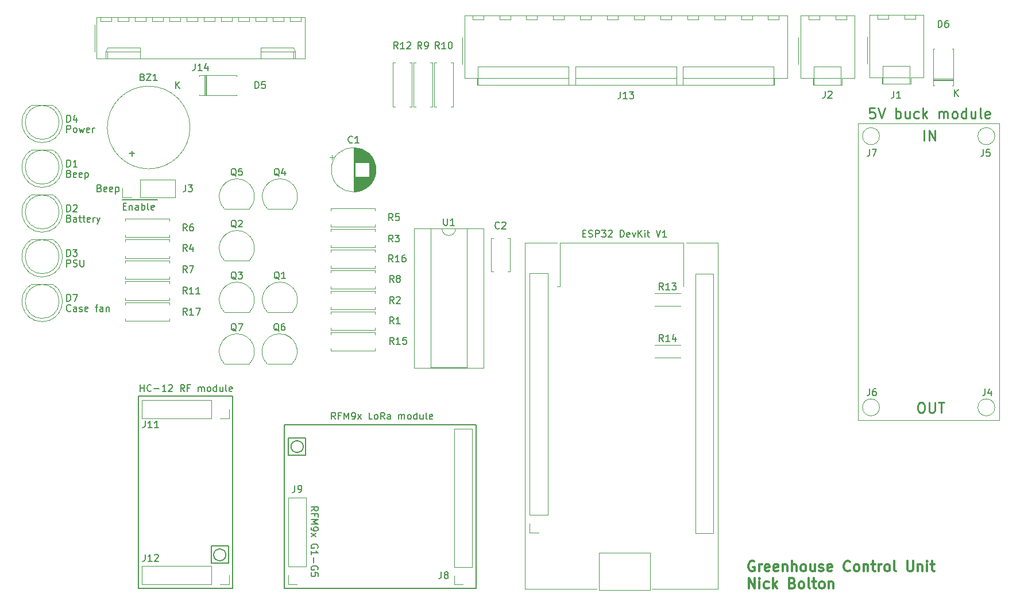
<source format=gbr>
%TF.GenerationSoftware,KiCad,Pcbnew,(6.0.2)*%
%TF.CreationDate,2022-11-16T19:52:16+00:00*%
%TF.ProjectId,greenhouse-control-unit,67726565-6e68-46f7-9573-652d636f6e74,2*%
%TF.SameCoordinates,Original*%
%TF.FileFunction,Legend,Top*%
%TF.FilePolarity,Positive*%
%FSLAX46Y46*%
G04 Gerber Fmt 4.6, Leading zero omitted, Abs format (unit mm)*
G04 Created by KiCad (PCBNEW (6.0.2)) date 2022-11-16 19:52:16*
%MOMM*%
%LPD*%
G01*
G04 APERTURE LIST*
%ADD10C,0.300000*%
%ADD11C,0.150000*%
%ADD12C,0.100000*%
%ADD13C,0.250000*%
%ADD14C,0.120000*%
G04 APERTURE END LIST*
D10*
X182162142Y-130726571D02*
X182162142Y-129226571D01*
X183019285Y-130726571D01*
X183019285Y-129226571D01*
X183733571Y-130726571D02*
X183733571Y-129726571D01*
X183733571Y-129226571D02*
X183662142Y-129298000D01*
X183733571Y-129369428D01*
X183805000Y-129298000D01*
X183733571Y-129226571D01*
X183733571Y-129369428D01*
X185090714Y-130655142D02*
X184947857Y-130726571D01*
X184662142Y-130726571D01*
X184519285Y-130655142D01*
X184447857Y-130583714D01*
X184376428Y-130440857D01*
X184376428Y-130012285D01*
X184447857Y-129869428D01*
X184519285Y-129798000D01*
X184662142Y-129726571D01*
X184947857Y-129726571D01*
X185090714Y-129798000D01*
X185733571Y-130726571D02*
X185733571Y-129226571D01*
X185876428Y-130155142D02*
X186305000Y-130726571D01*
X186305000Y-129726571D02*
X185733571Y-130298000D01*
X188590714Y-129940857D02*
X188805000Y-130012285D01*
X188876428Y-130083714D01*
X188947857Y-130226571D01*
X188947857Y-130440857D01*
X188876428Y-130583714D01*
X188805000Y-130655142D01*
X188662142Y-130726571D01*
X188090714Y-130726571D01*
X188090714Y-129226571D01*
X188590714Y-129226571D01*
X188733571Y-129298000D01*
X188805000Y-129369428D01*
X188876428Y-129512285D01*
X188876428Y-129655142D01*
X188805000Y-129798000D01*
X188733571Y-129869428D01*
X188590714Y-129940857D01*
X188090714Y-129940857D01*
X189805000Y-130726571D02*
X189662142Y-130655142D01*
X189590714Y-130583714D01*
X189519285Y-130440857D01*
X189519285Y-130012285D01*
X189590714Y-129869428D01*
X189662142Y-129798000D01*
X189805000Y-129726571D01*
X190019285Y-129726571D01*
X190162142Y-129798000D01*
X190233571Y-129869428D01*
X190305000Y-130012285D01*
X190305000Y-130440857D01*
X190233571Y-130583714D01*
X190162142Y-130655142D01*
X190019285Y-130726571D01*
X189805000Y-130726571D01*
X191162142Y-130726571D02*
X191019285Y-130655142D01*
X190947857Y-130512285D01*
X190947857Y-129226571D01*
X191519285Y-129726571D02*
X192090714Y-129726571D01*
X191733571Y-129226571D02*
X191733571Y-130512285D01*
X191805000Y-130655142D01*
X191947857Y-130726571D01*
X192090714Y-130726571D01*
X192805000Y-130726571D02*
X192662142Y-130655142D01*
X192590714Y-130583714D01*
X192519285Y-130440857D01*
X192519285Y-130012285D01*
X192590714Y-129869428D01*
X192662142Y-129798000D01*
X192805000Y-129726571D01*
X193019285Y-129726571D01*
X193162142Y-129798000D01*
X193233571Y-129869428D01*
X193305000Y-130012285D01*
X193305000Y-130440857D01*
X193233571Y-130583714D01*
X193162142Y-130655142D01*
X193019285Y-130726571D01*
X192805000Y-130726571D01*
X193947857Y-129726571D02*
X193947857Y-130726571D01*
X193947857Y-129869428D02*
X194019285Y-129798000D01*
X194162142Y-129726571D01*
X194376428Y-129726571D01*
X194519285Y-129798000D01*
X194590714Y-129940857D01*
X194590714Y-130726571D01*
X182947857Y-126758000D02*
X182805000Y-126686571D01*
X182590714Y-126686571D01*
X182376428Y-126758000D01*
X182233571Y-126900857D01*
X182162142Y-127043714D01*
X182090714Y-127329428D01*
X182090714Y-127543714D01*
X182162142Y-127829428D01*
X182233571Y-127972285D01*
X182376428Y-128115142D01*
X182590714Y-128186571D01*
X182733571Y-128186571D01*
X182947857Y-128115142D01*
X183019285Y-128043714D01*
X183019285Y-127543714D01*
X182733571Y-127543714D01*
X183662142Y-128186571D02*
X183662142Y-127186571D01*
X183662142Y-127472285D02*
X183733571Y-127329428D01*
X183805000Y-127258000D01*
X183947857Y-127186571D01*
X184090714Y-127186571D01*
X185162142Y-128115142D02*
X185019285Y-128186571D01*
X184733571Y-128186571D01*
X184590714Y-128115142D01*
X184519285Y-127972285D01*
X184519285Y-127400857D01*
X184590714Y-127258000D01*
X184733571Y-127186571D01*
X185019285Y-127186571D01*
X185162142Y-127258000D01*
X185233571Y-127400857D01*
X185233571Y-127543714D01*
X184519285Y-127686571D01*
X186447857Y-128115142D02*
X186305000Y-128186571D01*
X186019285Y-128186571D01*
X185876428Y-128115142D01*
X185805000Y-127972285D01*
X185805000Y-127400857D01*
X185876428Y-127258000D01*
X186019285Y-127186571D01*
X186305000Y-127186571D01*
X186447857Y-127258000D01*
X186519285Y-127400857D01*
X186519285Y-127543714D01*
X185805000Y-127686571D01*
X187162142Y-127186571D02*
X187162142Y-128186571D01*
X187162142Y-127329428D02*
X187233571Y-127258000D01*
X187376428Y-127186571D01*
X187590714Y-127186571D01*
X187733571Y-127258000D01*
X187805000Y-127400857D01*
X187805000Y-128186571D01*
X188519285Y-128186571D02*
X188519285Y-126686571D01*
X189162142Y-128186571D02*
X189162142Y-127400857D01*
X189090714Y-127258000D01*
X188947857Y-127186571D01*
X188733571Y-127186571D01*
X188590714Y-127258000D01*
X188519285Y-127329428D01*
X190090714Y-128186571D02*
X189947857Y-128115142D01*
X189876428Y-128043714D01*
X189805000Y-127900857D01*
X189805000Y-127472285D01*
X189876428Y-127329428D01*
X189947857Y-127258000D01*
X190090714Y-127186571D01*
X190305000Y-127186571D01*
X190447857Y-127258000D01*
X190519285Y-127329428D01*
X190590714Y-127472285D01*
X190590714Y-127900857D01*
X190519285Y-128043714D01*
X190447857Y-128115142D01*
X190305000Y-128186571D01*
X190090714Y-128186571D01*
X191876428Y-127186571D02*
X191876428Y-128186571D01*
X191233571Y-127186571D02*
X191233571Y-127972285D01*
X191305000Y-128115142D01*
X191447857Y-128186571D01*
X191662142Y-128186571D01*
X191805000Y-128115142D01*
X191876428Y-128043714D01*
X192519285Y-128115142D02*
X192662142Y-128186571D01*
X192947857Y-128186571D01*
X193090714Y-128115142D01*
X193162142Y-127972285D01*
X193162142Y-127900857D01*
X193090714Y-127758000D01*
X192947857Y-127686571D01*
X192733571Y-127686571D01*
X192590714Y-127615142D01*
X192519285Y-127472285D01*
X192519285Y-127400857D01*
X192590714Y-127258000D01*
X192733571Y-127186571D01*
X192947857Y-127186571D01*
X193090714Y-127258000D01*
X194376428Y-128115142D02*
X194233571Y-128186571D01*
X193947857Y-128186571D01*
X193805000Y-128115142D01*
X193733571Y-127972285D01*
X193733571Y-127400857D01*
X193805000Y-127258000D01*
X193947857Y-127186571D01*
X194233571Y-127186571D01*
X194376428Y-127258000D01*
X194447857Y-127400857D01*
X194447857Y-127543714D01*
X193733571Y-127686571D01*
X197090714Y-128043714D02*
X197019285Y-128115142D01*
X196805000Y-128186571D01*
X196662142Y-128186571D01*
X196447857Y-128115142D01*
X196305000Y-127972285D01*
X196233571Y-127829428D01*
X196162142Y-127543714D01*
X196162142Y-127329428D01*
X196233571Y-127043714D01*
X196305000Y-126900857D01*
X196447857Y-126758000D01*
X196662142Y-126686571D01*
X196805000Y-126686571D01*
X197019285Y-126758000D01*
X197090714Y-126829428D01*
X197947857Y-128186571D02*
X197805000Y-128115142D01*
X197733571Y-128043714D01*
X197662142Y-127900857D01*
X197662142Y-127472285D01*
X197733571Y-127329428D01*
X197805000Y-127258000D01*
X197947857Y-127186571D01*
X198162142Y-127186571D01*
X198305000Y-127258000D01*
X198376428Y-127329428D01*
X198447857Y-127472285D01*
X198447857Y-127900857D01*
X198376428Y-128043714D01*
X198305000Y-128115142D01*
X198162142Y-128186571D01*
X197947857Y-128186571D01*
X199090714Y-127186571D02*
X199090714Y-128186571D01*
X199090714Y-127329428D02*
X199162142Y-127258000D01*
X199305000Y-127186571D01*
X199519285Y-127186571D01*
X199662142Y-127258000D01*
X199733571Y-127400857D01*
X199733571Y-128186571D01*
X200233571Y-127186571D02*
X200805000Y-127186571D01*
X200447857Y-126686571D02*
X200447857Y-127972285D01*
X200519285Y-128115142D01*
X200662142Y-128186571D01*
X200805000Y-128186571D01*
X201305000Y-128186571D02*
X201305000Y-127186571D01*
X201305000Y-127472285D02*
X201376428Y-127329428D01*
X201447857Y-127258000D01*
X201590714Y-127186571D01*
X201733571Y-127186571D01*
X202447857Y-128186571D02*
X202305000Y-128115142D01*
X202233571Y-128043714D01*
X202162142Y-127900857D01*
X202162142Y-127472285D01*
X202233571Y-127329428D01*
X202305000Y-127258000D01*
X202447857Y-127186571D01*
X202662142Y-127186571D01*
X202805000Y-127258000D01*
X202876428Y-127329428D01*
X202947857Y-127472285D01*
X202947857Y-127900857D01*
X202876428Y-128043714D01*
X202805000Y-128115142D01*
X202662142Y-128186571D01*
X202447857Y-128186571D01*
X203805000Y-128186571D02*
X203662142Y-128115142D01*
X203590714Y-127972285D01*
X203590714Y-126686571D01*
X205519285Y-126686571D02*
X205519285Y-127900857D01*
X205590714Y-128043714D01*
X205662142Y-128115142D01*
X205805000Y-128186571D01*
X206090714Y-128186571D01*
X206233571Y-128115142D01*
X206305000Y-128043714D01*
X206376428Y-127900857D01*
X206376428Y-126686571D01*
X207090714Y-127186571D02*
X207090714Y-128186571D01*
X207090714Y-127329428D02*
X207162142Y-127258000D01*
X207305000Y-127186571D01*
X207519285Y-127186571D01*
X207662142Y-127258000D01*
X207733571Y-127400857D01*
X207733571Y-128186571D01*
X208447857Y-128186571D02*
X208447857Y-127186571D01*
X208447857Y-126686571D02*
X208376428Y-126758000D01*
X208447857Y-126829428D01*
X208519285Y-126758000D01*
X208447857Y-126686571D01*
X208447857Y-126829428D01*
X208947857Y-127186571D02*
X209519285Y-127186571D01*
X209162142Y-126686571D02*
X209162142Y-127972285D01*
X209233571Y-128115142D01*
X209376428Y-128186571D01*
X209519285Y-128186571D01*
D11*
X116840000Y-111032425D02*
X114300000Y-111032425D01*
X114300000Y-111032425D02*
X114300000Y-108492425D01*
X114300000Y-108492425D02*
X116840000Y-108492425D01*
X116840000Y-108492425D02*
X116840000Y-111032425D01*
X116468026Y-109796850D02*
G75*
G03*
X116468026Y-109796850I-898026J0D01*
G01*
D12*
X198247000Y-105918000D02*
X198247000Y-62103000D01*
X219075000Y-105918000D02*
X198247000Y-105918000D01*
X219075000Y-62103000D02*
X219075000Y-105918000D01*
X198247000Y-62103000D02*
X219075000Y-62103000D01*
D11*
X105051826Y-125773425D02*
G75*
G03*
X105051826Y-125773425I-898026J0D01*
G01*
X92144300Y-102322200D02*
X106088900Y-102322200D01*
X106088900Y-102322200D02*
X106088900Y-130668600D01*
X106088900Y-130668600D02*
X92144300Y-130668600D01*
X92144300Y-130668600D02*
X92144300Y-102322200D01*
X105423800Y-127009000D02*
X102883800Y-127009000D01*
X102883800Y-127009000D02*
X102883800Y-124469000D01*
X102883800Y-124469000D02*
X105423800Y-124469000D01*
X105423800Y-124469000D02*
X105423800Y-127009000D01*
X94992600Y-73355200D02*
X89811000Y-73355200D01*
X141960600Y-106573800D02*
X113690400Y-106573800D01*
X113690400Y-106573800D02*
X113690400Y-130729200D01*
X113690400Y-130729200D02*
X141960600Y-130729200D01*
X141960600Y-130729200D02*
X141960600Y-106573800D01*
D13*
X207428400Y-103280071D02*
X207714114Y-103280071D01*
X207856971Y-103351500D01*
X207999828Y-103494357D01*
X208071257Y-103780071D01*
X208071257Y-104280071D01*
X207999828Y-104565785D01*
X207856971Y-104708642D01*
X207714114Y-104780071D01*
X207428400Y-104780071D01*
X207285542Y-104708642D01*
X207142685Y-104565785D01*
X207071257Y-104280071D01*
X207071257Y-103780071D01*
X207142685Y-103494357D01*
X207285542Y-103351500D01*
X207428400Y-103280071D01*
X208714114Y-103280071D02*
X208714114Y-104494357D01*
X208785542Y-104637214D01*
X208856971Y-104708642D01*
X208999828Y-104780071D01*
X209285542Y-104780071D01*
X209428400Y-104708642D01*
X209499828Y-104637214D01*
X209571257Y-104494357D01*
X209571257Y-103280071D01*
X210071257Y-103280071D02*
X210928400Y-103280071D01*
X210499828Y-104780071D02*
X210499828Y-103280071D01*
X200698857Y-59884571D02*
X199984571Y-59884571D01*
X199913142Y-60598857D01*
X199984571Y-60527428D01*
X200127428Y-60456000D01*
X200484571Y-60456000D01*
X200627428Y-60527428D01*
X200698857Y-60598857D01*
X200770285Y-60741714D01*
X200770285Y-61098857D01*
X200698857Y-61241714D01*
X200627428Y-61313142D01*
X200484571Y-61384571D01*
X200127428Y-61384571D01*
X199984571Y-61313142D01*
X199913142Y-61241714D01*
X201198857Y-59884571D02*
X201698857Y-61384571D01*
X202198857Y-59884571D01*
X203841714Y-61384571D02*
X203841714Y-59884571D01*
X203841714Y-60456000D02*
X203984571Y-60384571D01*
X204270285Y-60384571D01*
X204413142Y-60456000D01*
X204484571Y-60527428D01*
X204556000Y-60670285D01*
X204556000Y-61098857D01*
X204484571Y-61241714D01*
X204413142Y-61313142D01*
X204270285Y-61384571D01*
X203984571Y-61384571D01*
X203841714Y-61313142D01*
X205841714Y-60384571D02*
X205841714Y-61384571D01*
X205198857Y-60384571D02*
X205198857Y-61170285D01*
X205270285Y-61313142D01*
X205413142Y-61384571D01*
X205627428Y-61384571D01*
X205770285Y-61313142D01*
X205841714Y-61241714D01*
X207198857Y-61313142D02*
X207056000Y-61384571D01*
X206770285Y-61384571D01*
X206627428Y-61313142D01*
X206556000Y-61241714D01*
X206484571Y-61098857D01*
X206484571Y-60670285D01*
X206556000Y-60527428D01*
X206627428Y-60456000D01*
X206770285Y-60384571D01*
X207056000Y-60384571D01*
X207198857Y-60456000D01*
X207841714Y-61384571D02*
X207841714Y-59884571D01*
X207984571Y-60813142D02*
X208413142Y-61384571D01*
X208413142Y-60384571D02*
X207841714Y-60956000D01*
X210198857Y-61384571D02*
X210198857Y-60384571D01*
X210198857Y-60527428D02*
X210270285Y-60456000D01*
X210413142Y-60384571D01*
X210627428Y-60384571D01*
X210770285Y-60456000D01*
X210841714Y-60598857D01*
X210841714Y-61384571D01*
X210841714Y-60598857D02*
X210913142Y-60456000D01*
X211056000Y-60384571D01*
X211270285Y-60384571D01*
X211413142Y-60456000D01*
X211484571Y-60598857D01*
X211484571Y-61384571D01*
X212413142Y-61384571D02*
X212270285Y-61313142D01*
X212198857Y-61241714D01*
X212127428Y-61098857D01*
X212127428Y-60670285D01*
X212198857Y-60527428D01*
X212270285Y-60456000D01*
X212413142Y-60384571D01*
X212627428Y-60384571D01*
X212770285Y-60456000D01*
X212841714Y-60527428D01*
X212913142Y-60670285D01*
X212913142Y-61098857D01*
X212841714Y-61241714D01*
X212770285Y-61313142D01*
X212627428Y-61384571D01*
X212413142Y-61384571D01*
X214198857Y-61384571D02*
X214198857Y-59884571D01*
X214198857Y-61313142D02*
X214056000Y-61384571D01*
X213770285Y-61384571D01*
X213627428Y-61313142D01*
X213556000Y-61241714D01*
X213484571Y-61098857D01*
X213484571Y-60670285D01*
X213556000Y-60527428D01*
X213627428Y-60456000D01*
X213770285Y-60384571D01*
X214056000Y-60384571D01*
X214198857Y-60456000D01*
X215556000Y-60384571D02*
X215556000Y-61384571D01*
X214913142Y-60384571D02*
X214913142Y-61170285D01*
X214984571Y-61313142D01*
X215127428Y-61384571D01*
X215341714Y-61384571D01*
X215484571Y-61313142D01*
X215556000Y-61241714D01*
X216484571Y-61384571D02*
X216341714Y-61313142D01*
X216270285Y-61170285D01*
X216270285Y-59884571D01*
X217627428Y-61313142D02*
X217484571Y-61384571D01*
X217198857Y-61384571D01*
X217056000Y-61313142D01*
X216984571Y-61170285D01*
X216984571Y-60598857D01*
X217056000Y-60456000D01*
X217198857Y-60384571D01*
X217484571Y-60384571D01*
X217627428Y-60456000D01*
X217698857Y-60598857D01*
X217698857Y-60741714D01*
X216984571Y-60884571D01*
X208020285Y-64686571D02*
X208020285Y-63186571D01*
X208734571Y-64686571D02*
X208734571Y-63186571D01*
X209591714Y-64686571D01*
X209591714Y-63186571D01*
D11*
%TO.C,J10*%
X157687142Y-78363771D02*
X158020476Y-78363771D01*
X158163333Y-78887580D02*
X157687142Y-78887580D01*
X157687142Y-77887580D01*
X158163333Y-77887580D01*
X158544285Y-78839961D02*
X158687142Y-78887580D01*
X158925238Y-78887580D01*
X159020476Y-78839961D01*
X159068095Y-78792342D01*
X159115714Y-78697104D01*
X159115714Y-78601866D01*
X159068095Y-78506628D01*
X159020476Y-78459009D01*
X158925238Y-78411390D01*
X158734761Y-78363771D01*
X158639523Y-78316152D01*
X158591904Y-78268533D01*
X158544285Y-78173295D01*
X158544285Y-78078057D01*
X158591904Y-77982819D01*
X158639523Y-77935200D01*
X158734761Y-77887580D01*
X158972857Y-77887580D01*
X159115714Y-77935200D01*
X159544285Y-78887580D02*
X159544285Y-77887580D01*
X159925238Y-77887580D01*
X160020476Y-77935200D01*
X160068095Y-77982819D01*
X160115714Y-78078057D01*
X160115714Y-78220914D01*
X160068095Y-78316152D01*
X160020476Y-78363771D01*
X159925238Y-78411390D01*
X159544285Y-78411390D01*
X160449047Y-77887580D02*
X161068095Y-77887580D01*
X160734761Y-78268533D01*
X160877619Y-78268533D01*
X160972857Y-78316152D01*
X161020476Y-78363771D01*
X161068095Y-78459009D01*
X161068095Y-78697104D01*
X161020476Y-78792342D01*
X160972857Y-78839961D01*
X160877619Y-78887580D01*
X160591904Y-78887580D01*
X160496666Y-78839961D01*
X160449047Y-78792342D01*
X161449047Y-77982819D02*
X161496666Y-77935200D01*
X161591904Y-77887580D01*
X161830000Y-77887580D01*
X161925238Y-77935200D01*
X161972857Y-77982819D01*
X162020476Y-78078057D01*
X162020476Y-78173295D01*
X161972857Y-78316152D01*
X161401428Y-78887580D01*
X162020476Y-78887580D01*
X163210952Y-78887580D02*
X163210952Y-77887580D01*
X163449047Y-77887580D01*
X163591904Y-77935200D01*
X163687142Y-78030438D01*
X163734761Y-78125676D01*
X163782380Y-78316152D01*
X163782380Y-78459009D01*
X163734761Y-78649485D01*
X163687142Y-78744723D01*
X163591904Y-78839961D01*
X163449047Y-78887580D01*
X163210952Y-78887580D01*
X164591904Y-78839961D02*
X164496666Y-78887580D01*
X164306190Y-78887580D01*
X164210952Y-78839961D01*
X164163333Y-78744723D01*
X164163333Y-78363771D01*
X164210952Y-78268533D01*
X164306190Y-78220914D01*
X164496666Y-78220914D01*
X164591904Y-78268533D01*
X164639523Y-78363771D01*
X164639523Y-78459009D01*
X164163333Y-78554247D01*
X164972857Y-78220914D02*
X165210952Y-78887580D01*
X165449047Y-78220914D01*
X165830000Y-78887580D02*
X165830000Y-77887580D01*
X166401428Y-78887580D02*
X165972857Y-78316152D01*
X166401428Y-77887580D02*
X165830000Y-78459009D01*
X166830000Y-78887580D02*
X166830000Y-78220914D01*
X166830000Y-77887580D02*
X166782380Y-77935200D01*
X166830000Y-77982819D01*
X166877619Y-77935200D01*
X166830000Y-77887580D01*
X166830000Y-77982819D01*
X167163333Y-78220914D02*
X167544285Y-78220914D01*
X167306190Y-77887580D02*
X167306190Y-78744723D01*
X167353809Y-78839961D01*
X167449047Y-78887580D01*
X167544285Y-78887580D01*
X168496666Y-77887580D02*
X168830000Y-78887580D01*
X169163333Y-77887580D01*
X170020476Y-78887580D02*
X169449047Y-78887580D01*
X169734761Y-78887580D02*
X169734761Y-77887580D01*
X169639523Y-78030438D01*
X169544285Y-78125676D01*
X169449047Y-78173295D01*
%TO.C,J3*%
X99129666Y-71181980D02*
X99129666Y-71896266D01*
X99082047Y-72039123D01*
X98986809Y-72134361D01*
X98843952Y-72181980D01*
X98748714Y-72181980D01*
X99510619Y-71181980D02*
X100129666Y-71181980D01*
X99796333Y-71562933D01*
X99939190Y-71562933D01*
X100034428Y-71610552D01*
X100082047Y-71658171D01*
X100129666Y-71753409D01*
X100129666Y-71991504D01*
X100082047Y-72086742D01*
X100034428Y-72134361D01*
X99939190Y-72181980D01*
X99653476Y-72181980D01*
X99558238Y-72134361D01*
X99510619Y-72086742D01*
X86439304Y-71658171D02*
X86582161Y-71705790D01*
X86629780Y-71753409D01*
X86677400Y-71848647D01*
X86677400Y-71991504D01*
X86629780Y-72086742D01*
X86582161Y-72134361D01*
X86486923Y-72181980D01*
X86105971Y-72181980D01*
X86105971Y-71181980D01*
X86439304Y-71181980D01*
X86534542Y-71229600D01*
X86582161Y-71277219D01*
X86629780Y-71372457D01*
X86629780Y-71467695D01*
X86582161Y-71562933D01*
X86534542Y-71610552D01*
X86439304Y-71658171D01*
X86105971Y-71658171D01*
X87486923Y-72134361D02*
X87391685Y-72181980D01*
X87201209Y-72181980D01*
X87105971Y-72134361D01*
X87058352Y-72039123D01*
X87058352Y-71658171D01*
X87105971Y-71562933D01*
X87201209Y-71515314D01*
X87391685Y-71515314D01*
X87486923Y-71562933D01*
X87534542Y-71658171D01*
X87534542Y-71753409D01*
X87058352Y-71848647D01*
X88344066Y-72134361D02*
X88248828Y-72181980D01*
X88058352Y-72181980D01*
X87963114Y-72134361D01*
X87915495Y-72039123D01*
X87915495Y-71658171D01*
X87963114Y-71562933D01*
X88058352Y-71515314D01*
X88248828Y-71515314D01*
X88344066Y-71562933D01*
X88391685Y-71658171D01*
X88391685Y-71753409D01*
X87915495Y-71848647D01*
X88820257Y-71515314D02*
X88820257Y-72515314D01*
X88820257Y-71562933D02*
X88915495Y-71515314D01*
X89105971Y-71515314D01*
X89201209Y-71562933D01*
X89248828Y-71610552D01*
X89296447Y-71705790D01*
X89296447Y-71991504D01*
X89248828Y-72086742D01*
X89201209Y-72134361D01*
X89105971Y-72181980D01*
X88915495Y-72181980D01*
X88820257Y-72134361D01*
X89936695Y-74350571D02*
X90270028Y-74350571D01*
X90412885Y-74874380D02*
X89936695Y-74874380D01*
X89936695Y-73874380D01*
X90412885Y-73874380D01*
X90841457Y-74207714D02*
X90841457Y-74874380D01*
X90841457Y-74302952D02*
X90889076Y-74255333D01*
X90984314Y-74207714D01*
X91127171Y-74207714D01*
X91222409Y-74255333D01*
X91270028Y-74350571D01*
X91270028Y-74874380D01*
X92174790Y-74874380D02*
X92174790Y-74350571D01*
X92127171Y-74255333D01*
X92031933Y-74207714D01*
X91841457Y-74207714D01*
X91746219Y-74255333D01*
X92174790Y-74826761D02*
X92079552Y-74874380D01*
X91841457Y-74874380D01*
X91746219Y-74826761D01*
X91698600Y-74731523D01*
X91698600Y-74636285D01*
X91746219Y-74541047D01*
X91841457Y-74493428D01*
X92079552Y-74493428D01*
X92174790Y-74445809D01*
X92650980Y-74874380D02*
X92650980Y-73874380D01*
X92650980Y-74255333D02*
X92746219Y-74207714D01*
X92936695Y-74207714D01*
X93031933Y-74255333D01*
X93079552Y-74302952D01*
X93127171Y-74398190D01*
X93127171Y-74683904D01*
X93079552Y-74779142D01*
X93031933Y-74826761D01*
X92936695Y-74874380D01*
X92746219Y-74874380D01*
X92650980Y-74826761D01*
X93698600Y-74874380D02*
X93603361Y-74826761D01*
X93555742Y-74731523D01*
X93555742Y-73874380D01*
X94460504Y-74826761D02*
X94365266Y-74874380D01*
X94174790Y-74874380D01*
X94079552Y-74826761D01*
X94031933Y-74731523D01*
X94031933Y-74350571D01*
X94079552Y-74255333D01*
X94174790Y-74207714D01*
X94365266Y-74207714D01*
X94460504Y-74255333D01*
X94508123Y-74350571D01*
X94508123Y-74445809D01*
X94031933Y-74541047D01*
%TO.C,J6*%
X199959066Y-101267880D02*
X199959066Y-101982166D01*
X199911447Y-102125023D01*
X199816209Y-102220261D01*
X199673352Y-102267880D01*
X199578114Y-102267880D01*
X200863828Y-101267880D02*
X200673352Y-101267880D01*
X200578114Y-101315500D01*
X200530495Y-101363119D01*
X200435257Y-101505976D01*
X200387638Y-101696452D01*
X200387638Y-102077404D01*
X200435257Y-102172642D01*
X200482876Y-102220261D01*
X200578114Y-102267880D01*
X200768590Y-102267880D01*
X200863828Y-102220261D01*
X200911447Y-102172642D01*
X200959066Y-102077404D01*
X200959066Y-101839309D01*
X200911447Y-101744071D01*
X200863828Y-101696452D01*
X200768590Y-101648833D01*
X200578114Y-101648833D01*
X200482876Y-101696452D01*
X200435257Y-101744071D01*
X200387638Y-101839309D01*
%TO.C,D4*%
X81615595Y-61920380D02*
X81615595Y-60920380D01*
X81853690Y-60920380D01*
X81996547Y-60968000D01*
X82091785Y-61063238D01*
X82139404Y-61158476D01*
X82187023Y-61348952D01*
X82187023Y-61491809D01*
X82139404Y-61682285D01*
X82091785Y-61777523D01*
X81996547Y-61872761D01*
X81853690Y-61920380D01*
X81615595Y-61920380D01*
X83044166Y-61253714D02*
X83044166Y-61920380D01*
X82806071Y-60872761D02*
X82567976Y-61587047D01*
X83187023Y-61587047D01*
X81615595Y-63444380D02*
X81615595Y-62444380D01*
X81996547Y-62444380D01*
X82091785Y-62492000D01*
X82139404Y-62539619D01*
X82187023Y-62634857D01*
X82187023Y-62777714D01*
X82139404Y-62872952D01*
X82091785Y-62920571D01*
X81996547Y-62968190D01*
X81615595Y-62968190D01*
X82758452Y-63444380D02*
X82663214Y-63396761D01*
X82615595Y-63349142D01*
X82567976Y-63253904D01*
X82567976Y-62968190D01*
X82615595Y-62872952D01*
X82663214Y-62825333D01*
X82758452Y-62777714D01*
X82901309Y-62777714D01*
X82996547Y-62825333D01*
X83044166Y-62872952D01*
X83091785Y-62968190D01*
X83091785Y-63253904D01*
X83044166Y-63349142D01*
X82996547Y-63396761D01*
X82901309Y-63444380D01*
X82758452Y-63444380D01*
X83425119Y-62777714D02*
X83615595Y-63444380D01*
X83806071Y-62968190D01*
X83996547Y-63444380D01*
X84187023Y-62777714D01*
X84948928Y-63396761D02*
X84853690Y-63444380D01*
X84663214Y-63444380D01*
X84567976Y-63396761D01*
X84520357Y-63301523D01*
X84520357Y-62920571D01*
X84567976Y-62825333D01*
X84663214Y-62777714D01*
X84853690Y-62777714D01*
X84948928Y-62825333D01*
X84996547Y-62920571D01*
X84996547Y-63015809D01*
X84520357Y-63111047D01*
X85425119Y-63444380D02*
X85425119Y-62777714D01*
X85425119Y-62968190D02*
X85472738Y-62872952D01*
X85520357Y-62825333D01*
X85615595Y-62777714D01*
X85710833Y-62777714D01*
%TO.C,J5*%
X216723066Y-65961880D02*
X216723066Y-66676166D01*
X216675447Y-66819023D01*
X216580209Y-66914261D01*
X216437352Y-66961880D01*
X216342114Y-66961880D01*
X217675447Y-65961880D02*
X217199257Y-65961880D01*
X217151638Y-66438071D01*
X217199257Y-66390452D01*
X217294495Y-66342833D01*
X217532590Y-66342833D01*
X217627828Y-66390452D01*
X217675447Y-66438071D01*
X217723066Y-66533309D01*
X217723066Y-66771404D01*
X217675447Y-66866642D01*
X217627828Y-66914261D01*
X217532590Y-66961880D01*
X217294495Y-66961880D01*
X217199257Y-66914261D01*
X217151638Y-66866642D01*
%TO.C,J4*%
X216977066Y-101267880D02*
X216977066Y-101982166D01*
X216929447Y-102125023D01*
X216834209Y-102220261D01*
X216691352Y-102267880D01*
X216596114Y-102267880D01*
X217881828Y-101601214D02*
X217881828Y-102267880D01*
X217643733Y-101220261D02*
X217405638Y-101934547D01*
X218024685Y-101934547D01*
%TO.C,D3*%
X81615595Y-81732380D02*
X81615595Y-80732380D01*
X81853690Y-80732380D01*
X81996547Y-80780000D01*
X82091785Y-80875238D01*
X82139404Y-80970476D01*
X82187023Y-81160952D01*
X82187023Y-81303809D01*
X82139404Y-81494285D01*
X82091785Y-81589523D01*
X81996547Y-81684761D01*
X81853690Y-81732380D01*
X81615595Y-81732380D01*
X82520357Y-80732380D02*
X83139404Y-80732380D01*
X82806071Y-81113333D01*
X82948928Y-81113333D01*
X83044166Y-81160952D01*
X83091785Y-81208571D01*
X83139404Y-81303809D01*
X83139404Y-81541904D01*
X83091785Y-81637142D01*
X83044166Y-81684761D01*
X82948928Y-81732380D01*
X82663214Y-81732380D01*
X82567976Y-81684761D01*
X82520357Y-81637142D01*
X81615595Y-83256380D02*
X81615595Y-82256380D01*
X81996547Y-82256380D01*
X82091785Y-82304000D01*
X82139404Y-82351619D01*
X82187023Y-82446857D01*
X82187023Y-82589714D01*
X82139404Y-82684952D01*
X82091785Y-82732571D01*
X81996547Y-82780190D01*
X81615595Y-82780190D01*
X82567976Y-83208761D02*
X82710833Y-83256380D01*
X82948928Y-83256380D01*
X83044166Y-83208761D01*
X83091785Y-83161142D01*
X83139404Y-83065904D01*
X83139404Y-82970666D01*
X83091785Y-82875428D01*
X83044166Y-82827809D01*
X82948928Y-82780190D01*
X82758452Y-82732571D01*
X82663214Y-82684952D01*
X82615595Y-82637333D01*
X82567976Y-82542095D01*
X82567976Y-82446857D01*
X82615595Y-82351619D01*
X82663214Y-82304000D01*
X82758452Y-82256380D01*
X82996547Y-82256380D01*
X83139404Y-82304000D01*
X83567976Y-82256380D02*
X83567976Y-83065904D01*
X83615595Y-83161142D01*
X83663214Y-83208761D01*
X83758452Y-83256380D01*
X83948928Y-83256380D01*
X84044166Y-83208761D01*
X84091785Y-83161142D01*
X84139404Y-83065904D01*
X84139404Y-82256380D01*
%TO.C,R16*%
X129685023Y-82545180D02*
X129351690Y-82068990D01*
X129113595Y-82545180D02*
X129113595Y-81545180D01*
X129494547Y-81545180D01*
X129589785Y-81592800D01*
X129637404Y-81640419D01*
X129685023Y-81735657D01*
X129685023Y-81878514D01*
X129637404Y-81973752D01*
X129589785Y-82021371D01*
X129494547Y-82068990D01*
X129113595Y-82068990D01*
X130637404Y-82545180D02*
X130065976Y-82545180D01*
X130351690Y-82545180D02*
X130351690Y-81545180D01*
X130256452Y-81688038D01*
X130161214Y-81783276D01*
X130065976Y-81830895D01*
X131494547Y-81545180D02*
X131304071Y-81545180D01*
X131208833Y-81592800D01*
X131161214Y-81640419D01*
X131065976Y-81783276D01*
X131018357Y-81973752D01*
X131018357Y-82354704D01*
X131065976Y-82449942D01*
X131113595Y-82497561D01*
X131208833Y-82545180D01*
X131399309Y-82545180D01*
X131494547Y-82497561D01*
X131542166Y-82449942D01*
X131589785Y-82354704D01*
X131589785Y-82116609D01*
X131542166Y-82021371D01*
X131494547Y-81973752D01*
X131399309Y-81926133D01*
X131208833Y-81926133D01*
X131113595Y-81973752D01*
X131065976Y-82021371D01*
X131018357Y-82116609D01*
%TO.C,J12*%
X93170476Y-125690380D02*
X93170476Y-126404666D01*
X93122857Y-126547523D01*
X93027619Y-126642761D01*
X92884761Y-126690380D01*
X92789523Y-126690380D01*
X94170476Y-126690380D02*
X93599047Y-126690380D01*
X93884761Y-126690380D02*
X93884761Y-125690380D01*
X93789523Y-125833238D01*
X93694285Y-125928476D01*
X93599047Y-125976095D01*
X94551428Y-125785619D02*
X94599047Y-125738000D01*
X94694285Y-125690380D01*
X94932380Y-125690380D01*
X95027619Y-125738000D01*
X95075238Y-125785619D01*
X95122857Y-125880857D01*
X95122857Y-125976095D01*
X95075238Y-126118952D01*
X94503809Y-126690380D01*
X95122857Y-126690380D01*
%TO.C,Q1*%
X112934761Y-85125619D02*
X112839523Y-85078000D01*
X112744285Y-84982761D01*
X112601428Y-84839904D01*
X112506190Y-84792285D01*
X112410952Y-84792285D01*
X112458571Y-85030380D02*
X112363333Y-84982761D01*
X112268095Y-84887523D01*
X112220476Y-84697047D01*
X112220476Y-84363714D01*
X112268095Y-84173238D01*
X112363333Y-84078000D01*
X112458571Y-84030380D01*
X112649047Y-84030380D01*
X112744285Y-84078000D01*
X112839523Y-84173238D01*
X112887142Y-84363714D01*
X112887142Y-84697047D01*
X112839523Y-84887523D01*
X112744285Y-84982761D01*
X112649047Y-85030380D01*
X112458571Y-85030380D01*
X113839523Y-85030380D02*
X113268095Y-85030380D01*
X113553809Y-85030380D02*
X113553809Y-84030380D01*
X113458571Y-84173238D01*
X113363333Y-84268476D01*
X113268095Y-84316095D01*
%TO.C,R1*%
X129812023Y-91689180D02*
X129478690Y-91212990D01*
X129240595Y-91689180D02*
X129240595Y-90689180D01*
X129621547Y-90689180D01*
X129716785Y-90736800D01*
X129764404Y-90784419D01*
X129812023Y-90879657D01*
X129812023Y-91022514D01*
X129764404Y-91117752D01*
X129716785Y-91165371D01*
X129621547Y-91212990D01*
X129240595Y-91212990D01*
X130764404Y-91689180D02*
X130192976Y-91689180D01*
X130478690Y-91689180D02*
X130478690Y-90689180D01*
X130383452Y-90832038D01*
X130288214Y-90927276D01*
X130192976Y-90974895D01*
%TO.C,R9*%
X133945333Y-51125380D02*
X133612000Y-50649190D01*
X133373904Y-51125380D02*
X133373904Y-50125380D01*
X133754857Y-50125380D01*
X133850095Y-50173000D01*
X133897714Y-50220619D01*
X133945333Y-50315857D01*
X133945333Y-50458714D01*
X133897714Y-50553952D01*
X133850095Y-50601571D01*
X133754857Y-50649190D01*
X133373904Y-50649190D01*
X134421523Y-51125380D02*
X134612000Y-51125380D01*
X134707238Y-51077761D01*
X134754857Y-51030142D01*
X134850095Y-50887285D01*
X134897714Y-50696809D01*
X134897714Y-50315857D01*
X134850095Y-50220619D01*
X134802476Y-50173000D01*
X134707238Y-50125380D01*
X134516761Y-50125380D01*
X134421523Y-50173000D01*
X134373904Y-50220619D01*
X134326285Y-50315857D01*
X134326285Y-50553952D01*
X134373904Y-50649190D01*
X134421523Y-50696809D01*
X134516761Y-50744428D01*
X134707238Y-50744428D01*
X134802476Y-50696809D01*
X134850095Y-50649190D01*
X134897714Y-50553952D01*
%TO.C,C2*%
X145375333Y-77573142D02*
X145327714Y-77620761D01*
X145184857Y-77668380D01*
X145089619Y-77668380D01*
X144946761Y-77620761D01*
X144851523Y-77525523D01*
X144803904Y-77430285D01*
X144756285Y-77239809D01*
X144756285Y-77096952D01*
X144803904Y-76906476D01*
X144851523Y-76811238D01*
X144946761Y-76716000D01*
X145089619Y-76668380D01*
X145184857Y-76668380D01*
X145327714Y-76716000D01*
X145375333Y-76763619D01*
X145756285Y-76763619D02*
X145803904Y-76716000D01*
X145899142Y-76668380D01*
X146137238Y-76668380D01*
X146232476Y-76716000D01*
X146280095Y-76763619D01*
X146327714Y-76858857D01*
X146327714Y-76954095D01*
X146280095Y-77096952D01*
X145708666Y-77668380D01*
X146327714Y-77668380D01*
%TO.C,J1*%
X203524666Y-57364380D02*
X203524666Y-58078666D01*
X203477047Y-58221523D01*
X203381809Y-58316761D01*
X203238952Y-58364380D01*
X203143714Y-58364380D01*
X204524666Y-58364380D02*
X203953238Y-58364380D01*
X204238952Y-58364380D02*
X204238952Y-57364380D01*
X204143714Y-57507238D01*
X204048476Y-57602476D01*
X203953238Y-57650095D01*
%TO.C,J14*%
X100536476Y-53300380D02*
X100536476Y-54014666D01*
X100488857Y-54157523D01*
X100393619Y-54252761D01*
X100250761Y-54300380D01*
X100155523Y-54300380D01*
X101536476Y-54300380D02*
X100965047Y-54300380D01*
X101250761Y-54300380D02*
X101250761Y-53300380D01*
X101155523Y-53443238D01*
X101060285Y-53538476D01*
X100965047Y-53586095D01*
X102393619Y-53633714D02*
X102393619Y-54300380D01*
X102155523Y-53252761D02*
X101917428Y-53967047D01*
X102536476Y-53967047D01*
%TO.C,R10*%
X136517142Y-51125380D02*
X136183809Y-50649190D01*
X135945714Y-51125380D02*
X135945714Y-50125380D01*
X136326666Y-50125380D01*
X136421904Y-50173000D01*
X136469523Y-50220619D01*
X136517142Y-50315857D01*
X136517142Y-50458714D01*
X136469523Y-50553952D01*
X136421904Y-50601571D01*
X136326666Y-50649190D01*
X135945714Y-50649190D01*
X137469523Y-51125380D02*
X136898095Y-51125380D01*
X137183809Y-51125380D02*
X137183809Y-50125380D01*
X137088571Y-50268238D01*
X136993333Y-50363476D01*
X136898095Y-50411095D01*
X138088571Y-50125380D02*
X138183809Y-50125380D01*
X138279047Y-50173000D01*
X138326666Y-50220619D01*
X138374285Y-50315857D01*
X138421904Y-50506333D01*
X138421904Y-50744428D01*
X138374285Y-50934904D01*
X138326666Y-51030142D01*
X138279047Y-51077761D01*
X138183809Y-51125380D01*
X138088571Y-51125380D01*
X137993333Y-51077761D01*
X137945714Y-51030142D01*
X137898095Y-50934904D01*
X137850476Y-50744428D01*
X137850476Y-50506333D01*
X137898095Y-50315857D01*
X137945714Y-50220619D01*
X137993333Y-50173000D01*
X138088571Y-50125380D01*
%TO.C,R3*%
X129685023Y-79598780D02*
X129351690Y-79122590D01*
X129113595Y-79598780D02*
X129113595Y-78598780D01*
X129494547Y-78598780D01*
X129589785Y-78646400D01*
X129637404Y-78694019D01*
X129685023Y-78789257D01*
X129685023Y-78932114D01*
X129637404Y-79027352D01*
X129589785Y-79074971D01*
X129494547Y-79122590D01*
X129113595Y-79122590D01*
X130018357Y-78598780D02*
X130637404Y-78598780D01*
X130304071Y-78979733D01*
X130446928Y-78979733D01*
X130542166Y-79027352D01*
X130589785Y-79074971D01*
X130637404Y-79170209D01*
X130637404Y-79408304D01*
X130589785Y-79503542D01*
X130542166Y-79551161D01*
X130446928Y-79598780D01*
X130161214Y-79598780D01*
X130065976Y-79551161D01*
X130018357Y-79503542D01*
%TO.C,Q7*%
X106584761Y-92749619D02*
X106489523Y-92702000D01*
X106394285Y-92606761D01*
X106251428Y-92463904D01*
X106156190Y-92416285D01*
X106060952Y-92416285D01*
X106108571Y-92654380D02*
X106013333Y-92606761D01*
X105918095Y-92511523D01*
X105870476Y-92321047D01*
X105870476Y-91987714D01*
X105918095Y-91797238D01*
X106013333Y-91702000D01*
X106108571Y-91654380D01*
X106299047Y-91654380D01*
X106394285Y-91702000D01*
X106489523Y-91797238D01*
X106537142Y-91987714D01*
X106537142Y-92321047D01*
X106489523Y-92511523D01*
X106394285Y-92606761D01*
X106299047Y-92654380D01*
X106108571Y-92654380D01*
X106870476Y-91654380D02*
X107537142Y-91654380D01*
X107108571Y-92654380D01*
%TO.C,C1*%
X123725954Y-64918142D02*
X123678335Y-64965761D01*
X123535478Y-65013380D01*
X123440240Y-65013380D01*
X123297382Y-64965761D01*
X123202144Y-64870523D01*
X123154525Y-64775285D01*
X123106906Y-64584809D01*
X123106906Y-64441952D01*
X123154525Y-64251476D01*
X123202144Y-64156238D01*
X123297382Y-64061000D01*
X123440240Y-64013380D01*
X123535478Y-64013380D01*
X123678335Y-64061000D01*
X123725954Y-64108619D01*
X124678335Y-65013380D02*
X124106906Y-65013380D01*
X124392621Y-65013380D02*
X124392621Y-64013380D01*
X124297382Y-64156238D01*
X124202144Y-64251476D01*
X124106906Y-64299095D01*
%TO.C,J7*%
X199959066Y-65961880D02*
X199959066Y-66676166D01*
X199911447Y-66819023D01*
X199816209Y-66914261D01*
X199673352Y-66961880D01*
X199578114Y-66961880D01*
X200340019Y-65961880D02*
X201006685Y-65961880D01*
X200578114Y-66961880D01*
%TO.C,D7*%
X81615595Y-88336380D02*
X81615595Y-87336380D01*
X81853690Y-87336380D01*
X81996547Y-87384000D01*
X82091785Y-87479238D01*
X82139404Y-87574476D01*
X82187023Y-87764952D01*
X82187023Y-87907809D01*
X82139404Y-88098285D01*
X82091785Y-88193523D01*
X81996547Y-88288761D01*
X81853690Y-88336380D01*
X81615595Y-88336380D01*
X82520357Y-87336380D02*
X83187023Y-87336380D01*
X82758452Y-88336380D01*
X82187023Y-89765142D02*
X82139404Y-89812761D01*
X81996547Y-89860380D01*
X81901309Y-89860380D01*
X81758452Y-89812761D01*
X81663214Y-89717523D01*
X81615595Y-89622285D01*
X81567976Y-89431809D01*
X81567976Y-89288952D01*
X81615595Y-89098476D01*
X81663214Y-89003238D01*
X81758452Y-88908000D01*
X81901309Y-88860380D01*
X81996547Y-88860380D01*
X82139404Y-88908000D01*
X82187023Y-88955619D01*
X83044166Y-89860380D02*
X83044166Y-89336571D01*
X82996547Y-89241333D01*
X82901309Y-89193714D01*
X82710833Y-89193714D01*
X82615595Y-89241333D01*
X83044166Y-89812761D02*
X82948928Y-89860380D01*
X82710833Y-89860380D01*
X82615595Y-89812761D01*
X82567976Y-89717523D01*
X82567976Y-89622285D01*
X82615595Y-89527047D01*
X82710833Y-89479428D01*
X82948928Y-89479428D01*
X83044166Y-89431809D01*
X83472738Y-89812761D02*
X83567976Y-89860380D01*
X83758452Y-89860380D01*
X83853690Y-89812761D01*
X83901309Y-89717523D01*
X83901309Y-89669904D01*
X83853690Y-89574666D01*
X83758452Y-89527047D01*
X83615595Y-89527047D01*
X83520357Y-89479428D01*
X83472738Y-89384190D01*
X83472738Y-89336571D01*
X83520357Y-89241333D01*
X83615595Y-89193714D01*
X83758452Y-89193714D01*
X83853690Y-89241333D01*
X84710833Y-89812761D02*
X84615595Y-89860380D01*
X84425119Y-89860380D01*
X84329880Y-89812761D01*
X84282261Y-89717523D01*
X84282261Y-89336571D01*
X84329880Y-89241333D01*
X84425119Y-89193714D01*
X84615595Y-89193714D01*
X84710833Y-89241333D01*
X84758452Y-89336571D01*
X84758452Y-89431809D01*
X84282261Y-89527047D01*
X85806071Y-89193714D02*
X86187023Y-89193714D01*
X85948928Y-89860380D02*
X85948928Y-89003238D01*
X85996547Y-88908000D01*
X86091785Y-88860380D01*
X86187023Y-88860380D01*
X86948928Y-89860380D02*
X86948928Y-89336571D01*
X86901309Y-89241333D01*
X86806071Y-89193714D01*
X86615595Y-89193714D01*
X86520357Y-89241333D01*
X86948928Y-89812761D02*
X86853690Y-89860380D01*
X86615595Y-89860380D01*
X86520357Y-89812761D01*
X86472738Y-89717523D01*
X86472738Y-89622285D01*
X86520357Y-89527047D01*
X86615595Y-89479428D01*
X86853690Y-89479428D01*
X86948928Y-89431809D01*
X87425119Y-89193714D02*
X87425119Y-89860380D01*
X87425119Y-89288952D02*
X87472738Y-89241333D01*
X87567976Y-89193714D01*
X87710833Y-89193714D01*
X87806071Y-89241333D01*
X87853690Y-89336571D01*
X87853690Y-89860380D01*
%TO.C,D6*%
X210081904Y-47950380D02*
X210081904Y-46950380D01*
X210320000Y-46950380D01*
X210462857Y-46998000D01*
X210558095Y-47093238D01*
X210605714Y-47188476D01*
X210653333Y-47378952D01*
X210653333Y-47521809D01*
X210605714Y-47712285D01*
X210558095Y-47807523D01*
X210462857Y-47902761D01*
X210320000Y-47950380D01*
X210081904Y-47950380D01*
X211510476Y-46950380D02*
X211320000Y-46950380D01*
X211224761Y-46998000D01*
X211177142Y-47045619D01*
X211081904Y-47188476D01*
X211034285Y-47378952D01*
X211034285Y-47759904D01*
X211081904Y-47855142D01*
X211129523Y-47902761D01*
X211224761Y-47950380D01*
X211415238Y-47950380D01*
X211510476Y-47902761D01*
X211558095Y-47855142D01*
X211605714Y-47759904D01*
X211605714Y-47521809D01*
X211558095Y-47426571D01*
X211510476Y-47378952D01*
X211415238Y-47331333D01*
X211224761Y-47331333D01*
X211129523Y-47378952D01*
X211081904Y-47426571D01*
X211034285Y-47521809D01*
X212463095Y-58110380D02*
X212463095Y-57110380D01*
X213034523Y-58110380D02*
X212605952Y-57538952D01*
X213034523Y-57110380D02*
X212463095Y-57681809D01*
%TO.C,J11*%
X93170476Y-106005380D02*
X93170476Y-106719666D01*
X93122857Y-106862523D01*
X93027619Y-106957761D01*
X92884761Y-107005380D01*
X92789523Y-107005380D01*
X94170476Y-107005380D02*
X93599047Y-107005380D01*
X93884761Y-107005380D02*
X93884761Y-106005380D01*
X93789523Y-106148238D01*
X93694285Y-106243476D01*
X93599047Y-106291095D01*
X95122857Y-107005380D02*
X94551428Y-107005380D01*
X94837142Y-107005380D02*
X94837142Y-106005380D01*
X94741904Y-106148238D01*
X94646666Y-106243476D01*
X94551428Y-106291095D01*
X92443595Y-101656980D02*
X92443595Y-100656980D01*
X92443595Y-101133171D02*
X93015023Y-101133171D01*
X93015023Y-101656980D02*
X93015023Y-100656980D01*
X94062642Y-101561742D02*
X94015023Y-101609361D01*
X93872166Y-101656980D01*
X93776928Y-101656980D01*
X93634071Y-101609361D01*
X93538833Y-101514123D01*
X93491214Y-101418885D01*
X93443595Y-101228409D01*
X93443595Y-101085552D01*
X93491214Y-100895076D01*
X93538833Y-100799838D01*
X93634071Y-100704600D01*
X93776928Y-100656980D01*
X93872166Y-100656980D01*
X94015023Y-100704600D01*
X94062642Y-100752219D01*
X94491214Y-101276028D02*
X95253119Y-101276028D01*
X96253119Y-101656980D02*
X95681690Y-101656980D01*
X95967404Y-101656980D02*
X95967404Y-100656980D01*
X95872166Y-100799838D01*
X95776928Y-100895076D01*
X95681690Y-100942695D01*
X96634071Y-100752219D02*
X96681690Y-100704600D01*
X96776928Y-100656980D01*
X97015023Y-100656980D01*
X97110261Y-100704600D01*
X97157880Y-100752219D01*
X97205500Y-100847457D01*
X97205500Y-100942695D01*
X97157880Y-101085552D01*
X96586452Y-101656980D01*
X97205500Y-101656980D01*
X98967404Y-101656980D02*
X98634071Y-101180790D01*
X98395976Y-101656980D02*
X98395976Y-100656980D01*
X98776928Y-100656980D01*
X98872166Y-100704600D01*
X98919785Y-100752219D01*
X98967404Y-100847457D01*
X98967404Y-100990314D01*
X98919785Y-101085552D01*
X98872166Y-101133171D01*
X98776928Y-101180790D01*
X98395976Y-101180790D01*
X99729309Y-101133171D02*
X99395976Y-101133171D01*
X99395976Y-101656980D02*
X99395976Y-100656980D01*
X99872166Y-100656980D01*
X101015023Y-101656980D02*
X101015023Y-100990314D01*
X101015023Y-101085552D02*
X101062642Y-101037933D01*
X101157880Y-100990314D01*
X101300738Y-100990314D01*
X101395976Y-101037933D01*
X101443595Y-101133171D01*
X101443595Y-101656980D01*
X101443595Y-101133171D02*
X101491214Y-101037933D01*
X101586452Y-100990314D01*
X101729309Y-100990314D01*
X101824547Y-101037933D01*
X101872166Y-101133171D01*
X101872166Y-101656980D01*
X102491214Y-101656980D02*
X102395976Y-101609361D01*
X102348357Y-101561742D01*
X102300738Y-101466504D01*
X102300738Y-101180790D01*
X102348357Y-101085552D01*
X102395976Y-101037933D01*
X102491214Y-100990314D01*
X102634071Y-100990314D01*
X102729309Y-101037933D01*
X102776928Y-101085552D01*
X102824547Y-101180790D01*
X102824547Y-101466504D01*
X102776928Y-101561742D01*
X102729309Y-101609361D01*
X102634071Y-101656980D01*
X102491214Y-101656980D01*
X103681690Y-101656980D02*
X103681690Y-100656980D01*
X103681690Y-101609361D02*
X103586452Y-101656980D01*
X103395976Y-101656980D01*
X103300738Y-101609361D01*
X103253119Y-101561742D01*
X103205500Y-101466504D01*
X103205500Y-101180790D01*
X103253119Y-101085552D01*
X103300738Y-101037933D01*
X103395976Y-100990314D01*
X103586452Y-100990314D01*
X103681690Y-101037933D01*
X104586452Y-100990314D02*
X104586452Y-101656980D01*
X104157880Y-100990314D02*
X104157880Y-101514123D01*
X104205500Y-101609361D01*
X104300738Y-101656980D01*
X104443595Y-101656980D01*
X104538833Y-101609361D01*
X104586452Y-101561742D01*
X105205500Y-101656980D02*
X105110261Y-101609361D01*
X105062642Y-101514123D01*
X105062642Y-100656980D01*
X105967404Y-101609361D02*
X105872166Y-101656980D01*
X105681690Y-101656980D01*
X105586452Y-101609361D01*
X105538833Y-101514123D01*
X105538833Y-101133171D01*
X105586452Y-101037933D01*
X105681690Y-100990314D01*
X105872166Y-100990314D01*
X105967404Y-101037933D01*
X106015023Y-101133171D01*
X106015023Y-101228409D01*
X105538833Y-101323647D01*
%TO.C,R17*%
X99332023Y-90368380D02*
X98998690Y-89892190D01*
X98760595Y-90368380D02*
X98760595Y-89368380D01*
X99141547Y-89368380D01*
X99236785Y-89416000D01*
X99284404Y-89463619D01*
X99332023Y-89558857D01*
X99332023Y-89701714D01*
X99284404Y-89796952D01*
X99236785Y-89844571D01*
X99141547Y-89892190D01*
X98760595Y-89892190D01*
X100284404Y-90368380D02*
X99712976Y-90368380D01*
X99998690Y-90368380D02*
X99998690Y-89368380D01*
X99903452Y-89511238D01*
X99808214Y-89606476D01*
X99712976Y-89654095D01*
X100617738Y-89368380D02*
X101284404Y-89368380D01*
X100855833Y-90368380D01*
%TO.C,Q2*%
X106584761Y-77505619D02*
X106489523Y-77458000D01*
X106394285Y-77362761D01*
X106251428Y-77219904D01*
X106156190Y-77172285D01*
X106060952Y-77172285D01*
X106108571Y-77410380D02*
X106013333Y-77362761D01*
X105918095Y-77267523D01*
X105870476Y-77077047D01*
X105870476Y-76743714D01*
X105918095Y-76553238D01*
X106013333Y-76458000D01*
X106108571Y-76410380D01*
X106299047Y-76410380D01*
X106394285Y-76458000D01*
X106489523Y-76553238D01*
X106537142Y-76743714D01*
X106537142Y-77077047D01*
X106489523Y-77267523D01*
X106394285Y-77362761D01*
X106299047Y-77410380D01*
X106108571Y-77410380D01*
X106918095Y-76505619D02*
X106965714Y-76458000D01*
X107060952Y-76410380D01*
X107299047Y-76410380D01*
X107394285Y-76458000D01*
X107441904Y-76505619D01*
X107489523Y-76600857D01*
X107489523Y-76696095D01*
X107441904Y-76838952D01*
X106870476Y-77410380D01*
X107489523Y-77410380D01*
%TO.C,Q6*%
X112883961Y-92745619D02*
X112788723Y-92698000D01*
X112693485Y-92602761D01*
X112550628Y-92459904D01*
X112455390Y-92412285D01*
X112360152Y-92412285D01*
X112407771Y-92650380D02*
X112312533Y-92602761D01*
X112217295Y-92507523D01*
X112169676Y-92317047D01*
X112169676Y-91983714D01*
X112217295Y-91793238D01*
X112312533Y-91698000D01*
X112407771Y-91650380D01*
X112598247Y-91650380D01*
X112693485Y-91698000D01*
X112788723Y-91793238D01*
X112836342Y-91983714D01*
X112836342Y-92317047D01*
X112788723Y-92507523D01*
X112693485Y-92602761D01*
X112598247Y-92650380D01*
X112407771Y-92650380D01*
X113693485Y-91650380D02*
X113503009Y-91650380D01*
X113407771Y-91698000D01*
X113360152Y-91745619D01*
X113264914Y-91888476D01*
X113217295Y-92078952D01*
X113217295Y-92459904D01*
X113264914Y-92555142D01*
X113312533Y-92602761D01*
X113407771Y-92650380D01*
X113598247Y-92650380D01*
X113693485Y-92602761D01*
X113741104Y-92555142D01*
X113788723Y-92459904D01*
X113788723Y-92221809D01*
X113741104Y-92126571D01*
X113693485Y-92078952D01*
X113598247Y-92031333D01*
X113407771Y-92031333D01*
X113312533Y-92078952D01*
X113264914Y-92126571D01*
X113217295Y-92221809D01*
%TO.C,U1*%
X137160095Y-76160380D02*
X137160095Y-76969904D01*
X137207714Y-77065142D01*
X137255333Y-77112761D01*
X137350571Y-77160380D01*
X137541047Y-77160380D01*
X137636285Y-77112761D01*
X137683904Y-77065142D01*
X137731523Y-76969904D01*
X137731523Y-76160380D01*
X138731523Y-77160380D02*
X138160095Y-77160380D01*
X138445809Y-77160380D02*
X138445809Y-76160380D01*
X138350571Y-76303238D01*
X138255333Y-76398476D01*
X138160095Y-76446095D01*
%TO.C,J8*%
X136826666Y-128256180D02*
X136826666Y-128970466D01*
X136779047Y-129113323D01*
X136683809Y-129208561D01*
X136540952Y-129256180D01*
X136445714Y-129256180D01*
X137445714Y-128684752D02*
X137350476Y-128637133D01*
X137302857Y-128589514D01*
X137255238Y-128494276D01*
X137255238Y-128446657D01*
X137302857Y-128351419D01*
X137350476Y-128303800D01*
X137445714Y-128256180D01*
X137636190Y-128256180D01*
X137731428Y-128303800D01*
X137779047Y-128351419D01*
X137826666Y-128446657D01*
X137826666Y-128494276D01*
X137779047Y-128589514D01*
X137731428Y-128637133D01*
X137636190Y-128684752D01*
X137445714Y-128684752D01*
X137350476Y-128732371D01*
X137302857Y-128779990D01*
X137255238Y-128875228D01*
X137255238Y-129065704D01*
X137302857Y-129160942D01*
X137350476Y-129208561D01*
X137445714Y-129256180D01*
X137636190Y-129256180D01*
X137731428Y-129208561D01*
X137779047Y-129160942D01*
X137826666Y-129065704D01*
X137826666Y-128875228D01*
X137779047Y-128779990D01*
X137731428Y-128732371D01*
X137636190Y-128684752D01*
X121216240Y-105761180D02*
X120882906Y-105284990D01*
X120644811Y-105761180D02*
X120644811Y-104761180D01*
X121025763Y-104761180D01*
X121121002Y-104808800D01*
X121168621Y-104856419D01*
X121216240Y-104951657D01*
X121216240Y-105094514D01*
X121168621Y-105189752D01*
X121121002Y-105237371D01*
X121025763Y-105284990D01*
X120644811Y-105284990D01*
X121978144Y-105237371D02*
X121644811Y-105237371D01*
X121644811Y-105761180D02*
X121644811Y-104761180D01*
X122121002Y-104761180D01*
X122501954Y-105761180D02*
X122501954Y-104761180D01*
X122835287Y-105475466D01*
X123168621Y-104761180D01*
X123168621Y-105761180D01*
X123692430Y-105761180D02*
X123882906Y-105761180D01*
X123978144Y-105713561D01*
X124025763Y-105665942D01*
X124121002Y-105523085D01*
X124168621Y-105332609D01*
X124168621Y-104951657D01*
X124121002Y-104856419D01*
X124073383Y-104808800D01*
X123978144Y-104761180D01*
X123787668Y-104761180D01*
X123692430Y-104808800D01*
X123644811Y-104856419D01*
X123597192Y-104951657D01*
X123597192Y-105189752D01*
X123644811Y-105284990D01*
X123692430Y-105332609D01*
X123787668Y-105380228D01*
X123978144Y-105380228D01*
X124073383Y-105332609D01*
X124121002Y-105284990D01*
X124168621Y-105189752D01*
X124501954Y-105761180D02*
X125025763Y-105094514D01*
X124501954Y-105094514D02*
X125025763Y-105761180D01*
X126644811Y-105761180D02*
X126168621Y-105761180D01*
X126168621Y-104761180D01*
X127121002Y-105761180D02*
X127025763Y-105713561D01*
X126978144Y-105665942D01*
X126930525Y-105570704D01*
X126930525Y-105284990D01*
X126978144Y-105189752D01*
X127025763Y-105142133D01*
X127121002Y-105094514D01*
X127263859Y-105094514D01*
X127359097Y-105142133D01*
X127406716Y-105189752D01*
X127454335Y-105284990D01*
X127454335Y-105570704D01*
X127406716Y-105665942D01*
X127359097Y-105713561D01*
X127263859Y-105761180D01*
X127121002Y-105761180D01*
X128454335Y-105761180D02*
X128121002Y-105284990D01*
X127882906Y-105761180D02*
X127882906Y-104761180D01*
X128263859Y-104761180D01*
X128359097Y-104808800D01*
X128406716Y-104856419D01*
X128454335Y-104951657D01*
X128454335Y-105094514D01*
X128406716Y-105189752D01*
X128359097Y-105237371D01*
X128263859Y-105284990D01*
X127882906Y-105284990D01*
X129311478Y-105761180D02*
X129311478Y-105237371D01*
X129263859Y-105142133D01*
X129168621Y-105094514D01*
X128978144Y-105094514D01*
X128882906Y-105142133D01*
X129311478Y-105713561D02*
X129216240Y-105761180D01*
X128978144Y-105761180D01*
X128882906Y-105713561D01*
X128835287Y-105618323D01*
X128835287Y-105523085D01*
X128882906Y-105427847D01*
X128978144Y-105380228D01*
X129216240Y-105380228D01*
X129311478Y-105332609D01*
X130549573Y-105761180D02*
X130549573Y-105094514D01*
X130549573Y-105189752D02*
X130597192Y-105142133D01*
X130692430Y-105094514D01*
X130835287Y-105094514D01*
X130930525Y-105142133D01*
X130978144Y-105237371D01*
X130978144Y-105761180D01*
X130978144Y-105237371D02*
X131025763Y-105142133D01*
X131121002Y-105094514D01*
X131263859Y-105094514D01*
X131359097Y-105142133D01*
X131406716Y-105237371D01*
X131406716Y-105761180D01*
X132025763Y-105761180D02*
X131930525Y-105713561D01*
X131882906Y-105665942D01*
X131835287Y-105570704D01*
X131835287Y-105284990D01*
X131882906Y-105189752D01*
X131930525Y-105142133D01*
X132025763Y-105094514D01*
X132168621Y-105094514D01*
X132263859Y-105142133D01*
X132311478Y-105189752D01*
X132359097Y-105284990D01*
X132359097Y-105570704D01*
X132311478Y-105665942D01*
X132263859Y-105713561D01*
X132168621Y-105761180D01*
X132025763Y-105761180D01*
X133216240Y-105761180D02*
X133216240Y-104761180D01*
X133216240Y-105713561D02*
X133121002Y-105761180D01*
X132930525Y-105761180D01*
X132835287Y-105713561D01*
X132787668Y-105665942D01*
X132740049Y-105570704D01*
X132740049Y-105284990D01*
X132787668Y-105189752D01*
X132835287Y-105142133D01*
X132930525Y-105094514D01*
X133121002Y-105094514D01*
X133216240Y-105142133D01*
X134121002Y-105094514D02*
X134121002Y-105761180D01*
X133692430Y-105094514D02*
X133692430Y-105618323D01*
X133740049Y-105713561D01*
X133835287Y-105761180D01*
X133978144Y-105761180D01*
X134073383Y-105713561D01*
X134121002Y-105665942D01*
X134740049Y-105761180D02*
X134644811Y-105713561D01*
X134597192Y-105618323D01*
X134597192Y-104761180D01*
X135501954Y-105713561D02*
X135406716Y-105761180D01*
X135216240Y-105761180D01*
X135121002Y-105713561D01*
X135073383Y-105618323D01*
X135073383Y-105237371D01*
X135121002Y-105142133D01*
X135216240Y-105094514D01*
X135406716Y-105094514D01*
X135501954Y-105142133D01*
X135549573Y-105237371D01*
X135549573Y-105332609D01*
X135073383Y-105427847D01*
%TO.C,BZ1*%
X92794247Y-55290571D02*
X92937104Y-55338190D01*
X92984723Y-55385809D01*
X93032342Y-55481047D01*
X93032342Y-55623904D01*
X92984723Y-55719142D01*
X92937104Y-55766761D01*
X92841866Y-55814380D01*
X92460914Y-55814380D01*
X92460914Y-54814380D01*
X92794247Y-54814380D01*
X92889485Y-54862000D01*
X92937104Y-54909619D01*
X92984723Y-55004857D01*
X92984723Y-55100095D01*
X92937104Y-55195333D01*
X92889485Y-55242952D01*
X92794247Y-55290571D01*
X92460914Y-55290571D01*
X93365676Y-54814380D02*
X94032342Y-54814380D01*
X93365676Y-55814380D01*
X94032342Y-55814380D01*
X94937104Y-55814380D02*
X94365676Y-55814380D01*
X94651390Y-55814380D02*
X94651390Y-54814380D01*
X94556152Y-54957238D01*
X94460914Y-55052476D01*
X94365676Y-55100095D01*
X91206628Y-66918952D02*
X91206628Y-66157047D01*
X91587580Y-66538000D02*
X90825676Y-66538000D01*
%TO.C,Q4*%
X112934761Y-69885619D02*
X112839523Y-69838000D01*
X112744285Y-69742761D01*
X112601428Y-69599904D01*
X112506190Y-69552285D01*
X112410952Y-69552285D01*
X112458571Y-69790380D02*
X112363333Y-69742761D01*
X112268095Y-69647523D01*
X112220476Y-69457047D01*
X112220476Y-69123714D01*
X112268095Y-68933238D01*
X112363333Y-68838000D01*
X112458571Y-68790380D01*
X112649047Y-68790380D01*
X112744285Y-68838000D01*
X112839523Y-68933238D01*
X112887142Y-69123714D01*
X112887142Y-69457047D01*
X112839523Y-69647523D01*
X112744285Y-69742761D01*
X112649047Y-69790380D01*
X112458571Y-69790380D01*
X113744285Y-69123714D02*
X113744285Y-69790380D01*
X113506190Y-68742761D02*
X113268095Y-69457047D01*
X113887142Y-69457047D01*
%TO.C,R5*%
X129685023Y-76449180D02*
X129351690Y-75972990D01*
X129113595Y-76449180D02*
X129113595Y-75449180D01*
X129494547Y-75449180D01*
X129589785Y-75496800D01*
X129637404Y-75544419D01*
X129685023Y-75639657D01*
X129685023Y-75782514D01*
X129637404Y-75877752D01*
X129589785Y-75925371D01*
X129494547Y-75972990D01*
X129113595Y-75972990D01*
X130589785Y-75449180D02*
X130113595Y-75449180D01*
X130065976Y-75925371D01*
X130113595Y-75877752D01*
X130208833Y-75830133D01*
X130446928Y-75830133D01*
X130542166Y-75877752D01*
X130589785Y-75925371D01*
X130637404Y-76020609D01*
X130637404Y-76258704D01*
X130589785Y-76353942D01*
X130542166Y-76401561D01*
X130446928Y-76449180D01*
X130208833Y-76449180D01*
X130113595Y-76401561D01*
X130065976Y-76353942D01*
%TO.C,R13*%
X169537142Y-86670380D02*
X169203809Y-86194190D01*
X168965714Y-86670380D02*
X168965714Y-85670380D01*
X169346666Y-85670380D01*
X169441904Y-85718000D01*
X169489523Y-85765619D01*
X169537142Y-85860857D01*
X169537142Y-86003714D01*
X169489523Y-86098952D01*
X169441904Y-86146571D01*
X169346666Y-86194190D01*
X168965714Y-86194190D01*
X170489523Y-86670380D02*
X169918095Y-86670380D01*
X170203809Y-86670380D02*
X170203809Y-85670380D01*
X170108571Y-85813238D01*
X170013333Y-85908476D01*
X169918095Y-85956095D01*
X170822857Y-85670380D02*
X171441904Y-85670380D01*
X171108571Y-86051333D01*
X171251428Y-86051333D01*
X171346666Y-86098952D01*
X171394285Y-86146571D01*
X171441904Y-86241809D01*
X171441904Y-86479904D01*
X171394285Y-86575142D01*
X171346666Y-86622761D01*
X171251428Y-86670380D01*
X170965714Y-86670380D01*
X170870476Y-86622761D01*
X170822857Y-86575142D01*
%TO.C,R14*%
X169537142Y-94290380D02*
X169203809Y-93814190D01*
X168965714Y-94290380D02*
X168965714Y-93290380D01*
X169346666Y-93290380D01*
X169441904Y-93338000D01*
X169489523Y-93385619D01*
X169537142Y-93480857D01*
X169537142Y-93623714D01*
X169489523Y-93718952D01*
X169441904Y-93766571D01*
X169346666Y-93814190D01*
X168965714Y-93814190D01*
X170489523Y-94290380D02*
X169918095Y-94290380D01*
X170203809Y-94290380D02*
X170203809Y-93290380D01*
X170108571Y-93433238D01*
X170013333Y-93528476D01*
X169918095Y-93576095D01*
X171346666Y-93623714D02*
X171346666Y-94290380D01*
X171108571Y-93242761D02*
X170870476Y-93957047D01*
X171489523Y-93957047D01*
%TO.C,R12*%
X130421142Y-51125380D02*
X130087809Y-50649190D01*
X129849714Y-51125380D02*
X129849714Y-50125380D01*
X130230666Y-50125380D01*
X130325904Y-50173000D01*
X130373523Y-50220619D01*
X130421142Y-50315857D01*
X130421142Y-50458714D01*
X130373523Y-50553952D01*
X130325904Y-50601571D01*
X130230666Y-50649190D01*
X129849714Y-50649190D01*
X131373523Y-51125380D02*
X130802095Y-51125380D01*
X131087809Y-51125380D02*
X131087809Y-50125380D01*
X130992571Y-50268238D01*
X130897333Y-50363476D01*
X130802095Y-50411095D01*
X131754476Y-50220619D02*
X131802095Y-50173000D01*
X131897333Y-50125380D01*
X132135428Y-50125380D01*
X132230666Y-50173000D01*
X132278285Y-50220619D01*
X132325904Y-50315857D01*
X132325904Y-50411095D01*
X132278285Y-50553952D01*
X131706857Y-51125380D01*
X132325904Y-51125380D01*
%TO.C,J9*%
X115236666Y-115530380D02*
X115236666Y-116244666D01*
X115189047Y-116387523D01*
X115093809Y-116482761D01*
X114950952Y-116530380D01*
X114855714Y-116530380D01*
X115760476Y-116530380D02*
X115950952Y-116530380D01*
X116046190Y-116482761D01*
X116093809Y-116435142D01*
X116189047Y-116292285D01*
X116236666Y-116101809D01*
X116236666Y-115720857D01*
X116189047Y-115625619D01*
X116141428Y-115578000D01*
X116046190Y-115530380D01*
X115855714Y-115530380D01*
X115760476Y-115578000D01*
X115712857Y-115625619D01*
X115665238Y-115720857D01*
X115665238Y-115958952D01*
X115712857Y-116054190D01*
X115760476Y-116101809D01*
X115855714Y-116149428D01*
X116046190Y-116149428D01*
X116141428Y-116101809D01*
X116189047Y-116054190D01*
X116236666Y-115958952D01*
X117632219Y-119271190D02*
X118108409Y-118937857D01*
X117632219Y-118699761D02*
X118632219Y-118699761D01*
X118632219Y-119080714D01*
X118584600Y-119175952D01*
X118536980Y-119223571D01*
X118441742Y-119271190D01*
X118298885Y-119271190D01*
X118203647Y-119223571D01*
X118156028Y-119175952D01*
X118108409Y-119080714D01*
X118108409Y-118699761D01*
X118156028Y-120033095D02*
X118156028Y-119699761D01*
X117632219Y-119699761D02*
X118632219Y-119699761D01*
X118632219Y-120175952D01*
X117632219Y-120556904D02*
X118632219Y-120556904D01*
X117917933Y-120890238D01*
X118632219Y-121223571D01*
X117632219Y-121223571D01*
X117632219Y-121747380D02*
X117632219Y-121937857D01*
X117679838Y-122033095D01*
X117727457Y-122080714D01*
X117870314Y-122175952D01*
X118060790Y-122223571D01*
X118441742Y-122223571D01*
X118536980Y-122175952D01*
X118584600Y-122128333D01*
X118632219Y-122033095D01*
X118632219Y-121842619D01*
X118584600Y-121747380D01*
X118536980Y-121699761D01*
X118441742Y-121652142D01*
X118203647Y-121652142D01*
X118108409Y-121699761D01*
X118060790Y-121747380D01*
X118013171Y-121842619D01*
X118013171Y-122033095D01*
X118060790Y-122128333D01*
X118108409Y-122175952D01*
X118203647Y-122223571D01*
X117632219Y-122556904D02*
X118298885Y-123080714D01*
X118298885Y-122556904D02*
X117632219Y-123080714D01*
X118584600Y-124747380D02*
X118632219Y-124652142D01*
X118632219Y-124509285D01*
X118584600Y-124366428D01*
X118489361Y-124271190D01*
X118394123Y-124223571D01*
X118203647Y-124175952D01*
X118060790Y-124175952D01*
X117870314Y-124223571D01*
X117775076Y-124271190D01*
X117679838Y-124366428D01*
X117632219Y-124509285D01*
X117632219Y-124604523D01*
X117679838Y-124747380D01*
X117727457Y-124795000D01*
X118060790Y-124795000D01*
X118060790Y-124604523D01*
X117632219Y-125747380D02*
X117632219Y-125175952D01*
X117632219Y-125461666D02*
X118632219Y-125461666D01*
X118489361Y-125366428D01*
X118394123Y-125271190D01*
X118346504Y-125175952D01*
X118013171Y-126175952D02*
X118013171Y-126937857D01*
X118584600Y-127937857D02*
X118632219Y-127842619D01*
X118632219Y-127699761D01*
X118584600Y-127556904D01*
X118489361Y-127461666D01*
X118394123Y-127414047D01*
X118203647Y-127366428D01*
X118060790Y-127366428D01*
X117870314Y-127414047D01*
X117775076Y-127461666D01*
X117679838Y-127556904D01*
X117632219Y-127699761D01*
X117632219Y-127795000D01*
X117679838Y-127937857D01*
X117727457Y-127985476D01*
X118060790Y-127985476D01*
X118060790Y-127795000D01*
X118632219Y-128890238D02*
X118632219Y-128414047D01*
X118156028Y-128366428D01*
X118203647Y-128414047D01*
X118251266Y-128509285D01*
X118251266Y-128747380D01*
X118203647Y-128842619D01*
X118156028Y-128890238D01*
X118060790Y-128937857D01*
X117822695Y-128937857D01*
X117727457Y-128890238D01*
X117679838Y-128842619D01*
X117632219Y-128747380D01*
X117632219Y-128509285D01*
X117679838Y-128414047D01*
X117727457Y-128366428D01*
%TO.C,R15*%
X129812023Y-94686380D02*
X129478690Y-94210190D01*
X129240595Y-94686380D02*
X129240595Y-93686380D01*
X129621547Y-93686380D01*
X129716785Y-93734000D01*
X129764404Y-93781619D01*
X129812023Y-93876857D01*
X129812023Y-94019714D01*
X129764404Y-94114952D01*
X129716785Y-94162571D01*
X129621547Y-94210190D01*
X129240595Y-94210190D01*
X130764404Y-94686380D02*
X130192976Y-94686380D01*
X130478690Y-94686380D02*
X130478690Y-93686380D01*
X130383452Y-93829238D01*
X130288214Y-93924476D01*
X130192976Y-93972095D01*
X131669166Y-93686380D02*
X131192976Y-93686380D01*
X131145357Y-94162571D01*
X131192976Y-94114952D01*
X131288214Y-94067333D01*
X131526309Y-94067333D01*
X131621547Y-94114952D01*
X131669166Y-94162571D01*
X131716785Y-94257809D01*
X131716785Y-94495904D01*
X131669166Y-94591142D01*
X131621547Y-94638761D01*
X131526309Y-94686380D01*
X131288214Y-94686380D01*
X131192976Y-94638761D01*
X131145357Y-94591142D01*
%TO.C,Q3*%
X106584761Y-85129619D02*
X106489523Y-85082000D01*
X106394285Y-84986761D01*
X106251428Y-84843904D01*
X106156190Y-84796285D01*
X106060952Y-84796285D01*
X106108571Y-85034380D02*
X106013333Y-84986761D01*
X105918095Y-84891523D01*
X105870476Y-84701047D01*
X105870476Y-84367714D01*
X105918095Y-84177238D01*
X106013333Y-84082000D01*
X106108571Y-84034380D01*
X106299047Y-84034380D01*
X106394285Y-84082000D01*
X106489523Y-84177238D01*
X106537142Y-84367714D01*
X106537142Y-84701047D01*
X106489523Y-84891523D01*
X106394285Y-84986761D01*
X106299047Y-85034380D01*
X106108571Y-85034380D01*
X106870476Y-84034380D02*
X107489523Y-84034380D01*
X107156190Y-84415333D01*
X107299047Y-84415333D01*
X107394285Y-84462952D01*
X107441904Y-84510571D01*
X107489523Y-84605809D01*
X107489523Y-84843904D01*
X107441904Y-84939142D01*
X107394285Y-84986761D01*
X107299047Y-85034380D01*
X107013333Y-85034380D01*
X106918095Y-84986761D01*
X106870476Y-84939142D01*
%TO.C,J2*%
X193416666Y-57364380D02*
X193416666Y-58078666D01*
X193369047Y-58221523D01*
X193273809Y-58316761D01*
X193130952Y-58364380D01*
X193035714Y-58364380D01*
X193845238Y-57459619D02*
X193892857Y-57412000D01*
X193988095Y-57364380D01*
X194226190Y-57364380D01*
X194321428Y-57412000D01*
X194369047Y-57459619D01*
X194416666Y-57554857D01*
X194416666Y-57650095D01*
X194369047Y-57792952D01*
X193797619Y-58364380D01*
X194416666Y-58364380D01*
%TO.C,R7*%
X99332023Y-84145380D02*
X98998690Y-83669190D01*
X98760595Y-84145380D02*
X98760595Y-83145380D01*
X99141547Y-83145380D01*
X99236785Y-83193000D01*
X99284404Y-83240619D01*
X99332023Y-83335857D01*
X99332023Y-83478714D01*
X99284404Y-83573952D01*
X99236785Y-83621571D01*
X99141547Y-83669190D01*
X98760595Y-83669190D01*
X99665357Y-83145380D02*
X100332023Y-83145380D01*
X99903452Y-84145380D01*
%TO.C,D1*%
X81615595Y-68524380D02*
X81615595Y-67524380D01*
X81853690Y-67524380D01*
X81996547Y-67572000D01*
X82091785Y-67667238D01*
X82139404Y-67762476D01*
X82187023Y-67952952D01*
X82187023Y-68095809D01*
X82139404Y-68286285D01*
X82091785Y-68381523D01*
X81996547Y-68476761D01*
X81853690Y-68524380D01*
X81615595Y-68524380D01*
X83139404Y-68524380D02*
X82567976Y-68524380D01*
X82853690Y-68524380D02*
X82853690Y-67524380D01*
X82758452Y-67667238D01*
X82663214Y-67762476D01*
X82567976Y-67810095D01*
X81948928Y-69524571D02*
X82091785Y-69572190D01*
X82139404Y-69619809D01*
X82187023Y-69715047D01*
X82187023Y-69857904D01*
X82139404Y-69953142D01*
X82091785Y-70000761D01*
X81996547Y-70048380D01*
X81615595Y-70048380D01*
X81615595Y-69048380D01*
X81948928Y-69048380D01*
X82044166Y-69096000D01*
X82091785Y-69143619D01*
X82139404Y-69238857D01*
X82139404Y-69334095D01*
X82091785Y-69429333D01*
X82044166Y-69476952D01*
X81948928Y-69524571D01*
X81615595Y-69524571D01*
X82996547Y-70000761D02*
X82901309Y-70048380D01*
X82710833Y-70048380D01*
X82615595Y-70000761D01*
X82567976Y-69905523D01*
X82567976Y-69524571D01*
X82615595Y-69429333D01*
X82710833Y-69381714D01*
X82901309Y-69381714D01*
X82996547Y-69429333D01*
X83044166Y-69524571D01*
X83044166Y-69619809D01*
X82567976Y-69715047D01*
X83853690Y-70000761D02*
X83758452Y-70048380D01*
X83567976Y-70048380D01*
X83472738Y-70000761D01*
X83425119Y-69905523D01*
X83425119Y-69524571D01*
X83472738Y-69429333D01*
X83567976Y-69381714D01*
X83758452Y-69381714D01*
X83853690Y-69429333D01*
X83901309Y-69524571D01*
X83901309Y-69619809D01*
X83425119Y-69715047D01*
X84329880Y-69381714D02*
X84329880Y-70381714D01*
X84329880Y-69429333D02*
X84425119Y-69381714D01*
X84615595Y-69381714D01*
X84710833Y-69429333D01*
X84758452Y-69476952D01*
X84806071Y-69572190D01*
X84806071Y-69857904D01*
X84758452Y-69953142D01*
X84710833Y-70000761D01*
X84615595Y-70048380D01*
X84425119Y-70048380D01*
X84329880Y-70000761D01*
%TO.C,R2*%
X129812023Y-88691980D02*
X129478690Y-88215790D01*
X129240595Y-88691980D02*
X129240595Y-87691980D01*
X129621547Y-87691980D01*
X129716785Y-87739600D01*
X129764404Y-87787219D01*
X129812023Y-87882457D01*
X129812023Y-88025314D01*
X129764404Y-88120552D01*
X129716785Y-88168171D01*
X129621547Y-88215790D01*
X129240595Y-88215790D01*
X130192976Y-87787219D02*
X130240595Y-87739600D01*
X130335833Y-87691980D01*
X130573928Y-87691980D01*
X130669166Y-87739600D01*
X130716785Y-87787219D01*
X130764404Y-87882457D01*
X130764404Y-87977695D01*
X130716785Y-88120552D01*
X130145357Y-88691980D01*
X130764404Y-88691980D01*
%TO.C,R8*%
X129812023Y-85542380D02*
X129478690Y-85066190D01*
X129240595Y-85542380D02*
X129240595Y-84542380D01*
X129621547Y-84542380D01*
X129716785Y-84590000D01*
X129764404Y-84637619D01*
X129812023Y-84732857D01*
X129812023Y-84875714D01*
X129764404Y-84970952D01*
X129716785Y-85018571D01*
X129621547Y-85066190D01*
X129240595Y-85066190D01*
X130383452Y-84970952D02*
X130288214Y-84923333D01*
X130240595Y-84875714D01*
X130192976Y-84780476D01*
X130192976Y-84732857D01*
X130240595Y-84637619D01*
X130288214Y-84590000D01*
X130383452Y-84542380D01*
X130573928Y-84542380D01*
X130669166Y-84590000D01*
X130716785Y-84637619D01*
X130764404Y-84732857D01*
X130764404Y-84780476D01*
X130716785Y-84875714D01*
X130669166Y-84923333D01*
X130573928Y-84970952D01*
X130383452Y-84970952D01*
X130288214Y-85018571D01*
X130240595Y-85066190D01*
X130192976Y-85161428D01*
X130192976Y-85351904D01*
X130240595Y-85447142D01*
X130288214Y-85494761D01*
X130383452Y-85542380D01*
X130573928Y-85542380D01*
X130669166Y-85494761D01*
X130716785Y-85447142D01*
X130764404Y-85351904D01*
X130764404Y-85161428D01*
X130716785Y-85066190D01*
X130669166Y-85018571D01*
X130573928Y-84970952D01*
%TO.C,R6*%
X99332023Y-77973180D02*
X98998690Y-77496990D01*
X98760595Y-77973180D02*
X98760595Y-76973180D01*
X99141547Y-76973180D01*
X99236785Y-77020800D01*
X99284404Y-77068419D01*
X99332023Y-77163657D01*
X99332023Y-77306514D01*
X99284404Y-77401752D01*
X99236785Y-77449371D01*
X99141547Y-77496990D01*
X98760595Y-77496990D01*
X100189166Y-76973180D02*
X99998690Y-76973180D01*
X99903452Y-77020800D01*
X99855833Y-77068419D01*
X99760595Y-77211276D01*
X99712976Y-77401752D01*
X99712976Y-77782704D01*
X99760595Y-77877942D01*
X99808214Y-77925561D01*
X99903452Y-77973180D01*
X100093928Y-77973180D01*
X100189166Y-77925561D01*
X100236785Y-77877942D01*
X100284404Y-77782704D01*
X100284404Y-77544609D01*
X100236785Y-77449371D01*
X100189166Y-77401752D01*
X100093928Y-77354133D01*
X99903452Y-77354133D01*
X99808214Y-77401752D01*
X99760595Y-77449371D01*
X99712976Y-77544609D01*
%TO.C,D2*%
X81615595Y-75128380D02*
X81615595Y-74128380D01*
X81853690Y-74128380D01*
X81996547Y-74176000D01*
X82091785Y-74271238D01*
X82139404Y-74366476D01*
X82187023Y-74556952D01*
X82187023Y-74699809D01*
X82139404Y-74890285D01*
X82091785Y-74985523D01*
X81996547Y-75080761D01*
X81853690Y-75128380D01*
X81615595Y-75128380D01*
X82567976Y-74223619D02*
X82615595Y-74176000D01*
X82710833Y-74128380D01*
X82948928Y-74128380D01*
X83044166Y-74176000D01*
X83091785Y-74223619D01*
X83139404Y-74318857D01*
X83139404Y-74414095D01*
X83091785Y-74556952D01*
X82520357Y-75128380D01*
X83139404Y-75128380D01*
X81948928Y-76128571D02*
X82091785Y-76176190D01*
X82139404Y-76223809D01*
X82187023Y-76319047D01*
X82187023Y-76461904D01*
X82139404Y-76557142D01*
X82091785Y-76604761D01*
X81996547Y-76652380D01*
X81615595Y-76652380D01*
X81615595Y-75652380D01*
X81948928Y-75652380D01*
X82044166Y-75700000D01*
X82091785Y-75747619D01*
X82139404Y-75842857D01*
X82139404Y-75938095D01*
X82091785Y-76033333D01*
X82044166Y-76080952D01*
X81948928Y-76128571D01*
X81615595Y-76128571D01*
X83044166Y-76652380D02*
X83044166Y-76128571D01*
X82996547Y-76033333D01*
X82901309Y-75985714D01*
X82710833Y-75985714D01*
X82615595Y-76033333D01*
X83044166Y-76604761D02*
X82948928Y-76652380D01*
X82710833Y-76652380D01*
X82615595Y-76604761D01*
X82567976Y-76509523D01*
X82567976Y-76414285D01*
X82615595Y-76319047D01*
X82710833Y-76271428D01*
X82948928Y-76271428D01*
X83044166Y-76223809D01*
X83377500Y-75985714D02*
X83758452Y-75985714D01*
X83520357Y-75652380D02*
X83520357Y-76509523D01*
X83567976Y-76604761D01*
X83663214Y-76652380D01*
X83758452Y-76652380D01*
X83948928Y-75985714D02*
X84329880Y-75985714D01*
X84091785Y-75652380D02*
X84091785Y-76509523D01*
X84139404Y-76604761D01*
X84234642Y-76652380D01*
X84329880Y-76652380D01*
X85044166Y-76604761D02*
X84948928Y-76652380D01*
X84758452Y-76652380D01*
X84663214Y-76604761D01*
X84615595Y-76509523D01*
X84615595Y-76128571D01*
X84663214Y-76033333D01*
X84758452Y-75985714D01*
X84948928Y-75985714D01*
X85044166Y-76033333D01*
X85091785Y-76128571D01*
X85091785Y-76223809D01*
X84615595Y-76319047D01*
X85520357Y-76652380D02*
X85520357Y-75985714D01*
X85520357Y-76176190D02*
X85567976Y-76080952D01*
X85615595Y-76033333D01*
X85710833Y-75985714D01*
X85806071Y-75985714D01*
X86044166Y-75985714D02*
X86282261Y-76652380D01*
X86520357Y-75985714D02*
X86282261Y-76652380D01*
X86187023Y-76890476D01*
X86139404Y-76938095D01*
X86044166Y-76985714D01*
%TO.C,D5*%
X109370904Y-56967380D02*
X109370904Y-55967380D01*
X109609000Y-55967380D01*
X109751857Y-56015000D01*
X109847095Y-56110238D01*
X109894714Y-56205476D01*
X109942333Y-56395952D01*
X109942333Y-56538809D01*
X109894714Y-56729285D01*
X109847095Y-56824523D01*
X109751857Y-56919761D01*
X109609000Y-56967380D01*
X109370904Y-56967380D01*
X110847095Y-55967380D02*
X110370904Y-55967380D01*
X110323285Y-56443571D01*
X110370904Y-56395952D01*
X110466142Y-56348333D01*
X110704238Y-56348333D01*
X110799476Y-56395952D01*
X110847095Y-56443571D01*
X110894714Y-56538809D01*
X110894714Y-56776904D01*
X110847095Y-56872142D01*
X110799476Y-56919761D01*
X110704238Y-56967380D01*
X110466142Y-56967380D01*
X110370904Y-56919761D01*
X110323285Y-56872142D01*
X97655095Y-56967380D02*
X97655095Y-55967380D01*
X98226523Y-56967380D02*
X97797952Y-56395952D01*
X98226523Y-55967380D02*
X97655095Y-56538809D01*
%TO.C,J13*%
X163210476Y-57469380D02*
X163210476Y-58183666D01*
X163162857Y-58326523D01*
X163067619Y-58421761D01*
X162924761Y-58469380D01*
X162829523Y-58469380D01*
X164210476Y-58469380D02*
X163639047Y-58469380D01*
X163924761Y-58469380D02*
X163924761Y-57469380D01*
X163829523Y-57612238D01*
X163734285Y-57707476D01*
X163639047Y-57755095D01*
X164543809Y-57469380D02*
X165162857Y-57469380D01*
X164829523Y-57850333D01*
X164972380Y-57850333D01*
X165067619Y-57897952D01*
X165115238Y-57945571D01*
X165162857Y-58040809D01*
X165162857Y-58278904D01*
X165115238Y-58374142D01*
X165067619Y-58421761D01*
X164972380Y-58469380D01*
X164686666Y-58469380D01*
X164591428Y-58421761D01*
X164543809Y-58374142D01*
%TO.C,R4*%
X99332023Y-80970380D02*
X98998690Y-80494190D01*
X98760595Y-80970380D02*
X98760595Y-79970380D01*
X99141547Y-79970380D01*
X99236785Y-80018000D01*
X99284404Y-80065619D01*
X99332023Y-80160857D01*
X99332023Y-80303714D01*
X99284404Y-80398952D01*
X99236785Y-80446571D01*
X99141547Y-80494190D01*
X98760595Y-80494190D01*
X100189166Y-80303714D02*
X100189166Y-80970380D01*
X99951071Y-79922761D02*
X99712976Y-80637047D01*
X100332023Y-80637047D01*
%TO.C,Q5*%
X106584761Y-69885619D02*
X106489523Y-69838000D01*
X106394285Y-69742761D01*
X106251428Y-69599904D01*
X106156190Y-69552285D01*
X106060952Y-69552285D01*
X106108571Y-69790380D02*
X106013333Y-69742761D01*
X105918095Y-69647523D01*
X105870476Y-69457047D01*
X105870476Y-69123714D01*
X105918095Y-68933238D01*
X106013333Y-68838000D01*
X106108571Y-68790380D01*
X106299047Y-68790380D01*
X106394285Y-68838000D01*
X106489523Y-68933238D01*
X106537142Y-69123714D01*
X106537142Y-69457047D01*
X106489523Y-69647523D01*
X106394285Y-69742761D01*
X106299047Y-69790380D01*
X106108571Y-69790380D01*
X107441904Y-68790380D02*
X106965714Y-68790380D01*
X106918095Y-69266571D01*
X106965714Y-69218952D01*
X107060952Y-69171333D01*
X107299047Y-69171333D01*
X107394285Y-69218952D01*
X107441904Y-69266571D01*
X107489523Y-69361809D01*
X107489523Y-69599904D01*
X107441904Y-69695142D01*
X107394285Y-69742761D01*
X107299047Y-69790380D01*
X107060952Y-69790380D01*
X106965714Y-69742761D01*
X106918095Y-69695142D01*
%TO.C,R11*%
X99332023Y-87269580D02*
X98998690Y-86793390D01*
X98760595Y-87269580D02*
X98760595Y-86269580D01*
X99141547Y-86269580D01*
X99236785Y-86317200D01*
X99284404Y-86364819D01*
X99332023Y-86460057D01*
X99332023Y-86602914D01*
X99284404Y-86698152D01*
X99236785Y-86745771D01*
X99141547Y-86793390D01*
X98760595Y-86793390D01*
X100284404Y-87269580D02*
X99712976Y-87269580D01*
X99998690Y-87269580D02*
X99998690Y-86269580D01*
X99903452Y-86412438D01*
X99808214Y-86507676D01*
X99712976Y-86555295D01*
X101236785Y-87269580D02*
X100665357Y-87269580D01*
X100951071Y-87269580D02*
X100951071Y-86269580D01*
X100855833Y-86412438D01*
X100760595Y-86507676D01*
X100665357Y-86555295D01*
D14*
%TO.C,J10*%
X160080000Y-130978000D02*
X167580000Y-130978000D01*
X167580000Y-130978000D02*
X167580000Y-125478000D01*
X167580000Y-125478000D02*
X160080000Y-125478000D01*
X160080000Y-125478000D02*
X160080000Y-130978000D01*
X152494000Y-119878000D02*
X149834000Y-119878000D01*
X149834000Y-122478000D02*
X149834000Y-121148000D01*
D12*
X159766000Y-130756000D02*
X149130000Y-130756000D01*
X177630000Y-130756000D02*
X167894000Y-130756000D01*
D14*
X154310000Y-86133000D02*
X153930000Y-86133000D01*
D12*
X172974000Y-79756000D02*
X177630000Y-79756000D01*
X149130000Y-79756000D02*
X153924000Y-79756000D01*
D14*
X176944000Y-84278000D02*
X176944000Y-122578000D01*
X172550000Y-79713000D02*
X172550000Y-86133000D01*
X174284000Y-84278000D02*
X176944000Y-84278000D01*
X149834000Y-119878000D02*
X149834000Y-84258000D01*
X151164000Y-122478000D02*
X149834000Y-122478000D01*
X152494000Y-84258000D02*
X149834000Y-84258000D01*
X154310000Y-79713000D02*
X172550000Y-79713000D01*
X152494000Y-119878000D02*
X152494000Y-84258000D01*
X174284000Y-122578000D02*
X176944000Y-122578000D01*
X154310000Y-79713000D02*
X154310000Y-86133000D01*
D12*
X177630000Y-79756000D02*
X177630000Y-130756000D01*
X149130000Y-130756000D02*
X149130000Y-79756000D01*
D14*
X174284000Y-84278000D02*
X174284000Y-122578000D01*
%TO.C,J3*%
X92416800Y-70399600D02*
X97556800Y-70399600D01*
X92416800Y-73059600D02*
X97556800Y-73059600D01*
X97556800Y-73059600D02*
X97556800Y-70399600D01*
X89816800Y-73059600D02*
X89816800Y-71729600D01*
X92416800Y-73059600D02*
X92416800Y-70399600D01*
X91146800Y-73059600D02*
X89816800Y-73059600D01*
%TO.C,J6*%
X201421000Y-104008000D02*
G75*
G03*
X201421000Y-104008000I-1251000J0D01*
G01*
%TO.C,D4*%
X79523000Y-59416000D02*
X76433000Y-59416000D01*
X77977538Y-64966000D02*
G75*
G03*
X79522830Y-59416000I462J2990000D01*
G01*
X76433170Y-59416000D02*
G75*
G03*
X77978462Y-64966000I1544830J-2560000D01*
G01*
X80478000Y-61976000D02*
G75*
G03*
X80478000Y-61976000I-2500000J0D01*
G01*
%TO.C,J5*%
X218421000Y-64008000D02*
G75*
G03*
X218421000Y-64008000I-1251000J0D01*
G01*
%TO.C,J4*%
X218421000Y-104008000D02*
G75*
G03*
X218421000Y-104008000I-1251000J0D01*
G01*
%TO.C,D3*%
X80478000Y-81788000D02*
G75*
G03*
X80478000Y-81788000I-2500000J0D01*
G01*
X77977538Y-84778000D02*
G75*
G03*
X79522830Y-79228000I462J2990000D01*
G01*
X76433170Y-79228000D02*
G75*
G03*
X77978462Y-84778000I1544830J-2560000D01*
G01*
X79523000Y-79228000D02*
X76433000Y-79228000D01*
%TO.C,R16*%
X127069600Y-80722800D02*
X127069600Y-81052800D01*
X120529600Y-83462800D02*
X127069600Y-83462800D01*
X120529600Y-80722800D02*
X127069600Y-80722800D01*
X120529600Y-83132800D02*
X120529600Y-83462800D01*
X127069600Y-83462800D02*
X127069600Y-83132800D01*
X120529600Y-81052800D02*
X120529600Y-80722800D01*
%TO.C,J12*%
X92687000Y-127439000D02*
X92687000Y-130099000D01*
X105507000Y-128769000D02*
X105507000Y-130099000D01*
X105507000Y-130099000D02*
X104177000Y-130099000D01*
X102907000Y-127439000D02*
X92687000Y-127439000D01*
X102907000Y-127439000D02*
X102907000Y-130099000D01*
X102907000Y-130099000D02*
X92687000Y-130099000D01*
%TO.C,Q1*%
X114868478Y-89976478D02*
G75*
G03*
X113030000Y-85538000I-1838478J1838478D01*
G01*
X113030000Y-85537999D02*
G75*
G03*
X111191522Y-89976478I0J-2600001D01*
G01*
X111230000Y-89988000D02*
X114830000Y-89988000D01*
%TO.C,R1*%
X127069600Y-90196800D02*
X127069600Y-89866800D01*
X120529600Y-89866800D02*
X120529600Y-90196800D01*
X127069600Y-89866800D02*
X120529600Y-89866800D01*
X127069600Y-92606800D02*
X120529600Y-92606800D01*
X127069600Y-92276800D02*
X127069600Y-92606800D01*
X120529600Y-92606800D02*
X120529600Y-92276800D01*
%TO.C,R9*%
X132742000Y-53118000D02*
X132742000Y-59658000D01*
X132742000Y-59658000D02*
X133072000Y-59658000D01*
X133072000Y-53118000D02*
X132742000Y-53118000D01*
X135152000Y-53118000D02*
X135482000Y-53118000D01*
X135482000Y-59658000D02*
X135152000Y-59658000D01*
X135482000Y-53118000D02*
X135482000Y-59658000D01*
%TO.C,C2*%
X144487000Y-79024000D02*
X144172000Y-79024000D01*
X146912000Y-79024000D02*
X146597000Y-79024000D01*
X144487000Y-83964000D02*
X144172000Y-83964000D01*
X146912000Y-83964000D02*
X146597000Y-83964000D01*
X144172000Y-79024000D02*
X144172000Y-83964000D01*
X146912000Y-79024000D02*
X146912000Y-83964000D01*
%TO.C,J1*%
X201930000Y-55318000D02*
X205890000Y-55318000D01*
X201930000Y-56318000D02*
X201930000Y-55318000D01*
X199620000Y-49308000D02*
X199620000Y-53308000D01*
X205890000Y-53648000D02*
X205890000Y-55318000D01*
X201930000Y-55318000D02*
X201930000Y-53648000D01*
X199910000Y-55313000D02*
X199910000Y-46088000D01*
X206005000Y-56318000D02*
X201815000Y-56318000D01*
X205090000Y-46688000D02*
X206690000Y-46688000D01*
X206005000Y-55313000D02*
X206005000Y-56318000D01*
X201130000Y-46088000D02*
X201130000Y-46688000D01*
X206690000Y-46688000D02*
X206690000Y-46088000D01*
X201815000Y-55313000D02*
X199910000Y-55313000D01*
X201130000Y-46688000D02*
X202730000Y-46688000D01*
X201930000Y-53648000D02*
X205890000Y-53648000D01*
X199910000Y-46088000D02*
X207910000Y-46088000D01*
X207910000Y-46088000D02*
X207910000Y-55313000D01*
X202730000Y-46688000D02*
X202730000Y-46088000D01*
X207910000Y-55313000D02*
X206005000Y-55313000D01*
X201815000Y-56318000D02*
X201815000Y-55313000D01*
X205890000Y-55318000D02*
X205890000Y-56318000D01*
X205090000Y-46088000D02*
X205090000Y-46688000D01*
%TO.C,J14*%
X116116000Y-47100000D02*
X116116000Y-46500000D01*
X87376000Y-51520000D02*
X87626000Y-50990000D01*
X89116000Y-46500000D02*
X89116000Y-47100000D01*
X106896000Y-46500000D02*
X106896000Y-47100000D01*
X94196000Y-46500000D02*
X94196000Y-47100000D01*
X105956000Y-47100000D02*
X105956000Y-46500000D01*
X91656000Y-47100000D02*
X93256000Y-47100000D01*
X108496000Y-47100000D02*
X108496000Y-46500000D01*
X116696000Y-52520000D02*
X116696000Y-46500000D01*
X104356000Y-46500000D02*
X104356000Y-47100000D01*
X101816000Y-47100000D02*
X103416000Y-47100000D01*
X103416000Y-47100000D02*
X103416000Y-46500000D01*
X92456000Y-51520000D02*
X92456000Y-52520000D01*
X85996000Y-52520000D02*
X116696000Y-52520000D01*
X115066000Y-50990000D02*
X110236000Y-50990000D01*
X91656000Y-46500000D02*
X91656000Y-47100000D01*
X104356000Y-47100000D02*
X105956000Y-47100000D01*
X99276000Y-47100000D02*
X100876000Y-47100000D01*
X115316000Y-52520000D02*
X115316000Y-51520000D01*
X85996000Y-46500000D02*
X85996000Y-52520000D01*
X86576000Y-47100000D02*
X88176000Y-47100000D01*
X114516000Y-46500000D02*
X114516000Y-47100000D01*
X90716000Y-47100000D02*
X90716000Y-46500000D01*
X85706000Y-47530000D02*
X85706000Y-51530000D01*
X110236000Y-51520000D02*
X110236000Y-52520000D01*
X115316000Y-51520000D02*
X110236000Y-51520000D01*
X100876000Y-47100000D02*
X100876000Y-46500000D01*
X114516000Y-47100000D02*
X116116000Y-47100000D01*
X87376000Y-52520000D02*
X87376000Y-51520000D01*
X99276000Y-46500000D02*
X99276000Y-47100000D01*
X92456000Y-50990000D02*
X92456000Y-51520000D01*
X94196000Y-47100000D02*
X95796000Y-47100000D01*
X113576000Y-47100000D02*
X113576000Y-46500000D01*
X98336000Y-47100000D02*
X98336000Y-46500000D01*
X110236000Y-50990000D02*
X110236000Y-51520000D01*
X109436000Y-46500000D02*
X109436000Y-47100000D01*
X109436000Y-47100000D02*
X111036000Y-47100000D01*
X111036000Y-47100000D02*
X111036000Y-46500000D01*
X87626000Y-52520000D02*
X87626000Y-51520000D01*
X86576000Y-46500000D02*
X86576000Y-47100000D01*
X87626000Y-50990000D02*
X92456000Y-50990000D01*
X93256000Y-47100000D02*
X93256000Y-46500000D01*
X95796000Y-47100000D02*
X95796000Y-46500000D01*
X88176000Y-47100000D02*
X88176000Y-46500000D01*
X96736000Y-47100000D02*
X98336000Y-47100000D01*
X87376000Y-51520000D02*
X92456000Y-51520000D01*
X111976000Y-47100000D02*
X113576000Y-47100000D01*
X101816000Y-46500000D02*
X101816000Y-47100000D01*
X115316000Y-51520000D02*
X115066000Y-50990000D01*
X89116000Y-47100000D02*
X90716000Y-47100000D01*
X96736000Y-46500000D02*
X96736000Y-47100000D01*
X116696000Y-46500000D02*
X85996000Y-46500000D01*
X111976000Y-46500000D02*
X111976000Y-47100000D01*
X115066000Y-52520000D02*
X115066000Y-51520000D01*
X106896000Y-47100000D02*
X108496000Y-47100000D01*
%TO.C,R10*%
X136120000Y-59658000D02*
X135790000Y-59658000D01*
X138530000Y-53118000D02*
X138200000Y-53118000D01*
X135790000Y-59658000D02*
X135790000Y-53118000D01*
X135790000Y-53118000D02*
X136120000Y-53118000D01*
X138530000Y-59658000D02*
X138530000Y-53118000D01*
X138200000Y-59658000D02*
X138530000Y-59658000D01*
%TO.C,R3*%
X127069600Y-80414800D02*
X120529600Y-80414800D01*
X127069600Y-78004800D02*
X127069600Y-77674800D01*
X127069600Y-80084800D02*
X127069600Y-80414800D01*
X120529600Y-80414800D02*
X120529600Y-80084800D01*
X120529600Y-77674800D02*
X120529600Y-78004800D01*
X127069600Y-77674800D02*
X120529600Y-77674800D01*
%TO.C,Q7*%
X106680000Y-93157999D02*
G75*
G03*
X104841522Y-97596478I0J-2600001D01*
G01*
X108518478Y-97596478D02*
G75*
G03*
X106680000Y-93158000I-1838478J1838478D01*
G01*
X104880000Y-97608000D02*
X108480000Y-97608000D01*
%TO.C,C1*%
X127162621Y-68961000D02*
G75*
G03*
X127162621Y-68961000I-3270000J0D01*
G01*
X125573621Y-70001000D02*
X125573621Y-71727000D01*
X125133621Y-65975000D02*
X125133621Y-67921000D01*
X124492621Y-70001000D02*
X124492621Y-72136000D01*
X125093621Y-65959000D02*
X125093621Y-67921000D01*
X125413621Y-66105000D02*
X125413621Y-67921000D01*
X124773621Y-70001000D02*
X124773621Y-72071000D01*
X124973621Y-70001000D02*
X124973621Y-72008000D01*
X125333621Y-70001000D02*
X125333621Y-71857000D01*
X125453621Y-66127000D02*
X125453621Y-67921000D01*
X124572621Y-70001000D02*
X124572621Y-72120000D01*
X126133621Y-70001000D02*
X126133621Y-71304000D01*
X125533621Y-66171000D02*
X125533621Y-67921000D01*
X124893621Y-70001000D02*
X124893621Y-72035000D01*
X127053621Y-68159000D02*
X127053621Y-69763000D01*
X124933621Y-65900000D02*
X124933621Y-67921000D01*
X126733621Y-67380000D02*
X126733621Y-70542000D01*
X125173621Y-65991000D02*
X125173621Y-67921000D01*
X126413621Y-66917000D02*
X126413621Y-71005000D01*
X124492621Y-65786000D02*
X124492621Y-67921000D01*
X124332621Y-70001000D02*
X124332621Y-72162000D01*
X125373621Y-66085000D02*
X125373621Y-67921000D01*
X124653621Y-70001000D02*
X124653621Y-72102000D01*
X126293621Y-66779000D02*
X126293621Y-71143000D01*
X124532621Y-65794000D02*
X124532621Y-67921000D01*
X125333621Y-66065000D02*
X125333621Y-67921000D01*
X125693621Y-70001000D02*
X125693621Y-71651000D01*
X124572621Y-65802000D02*
X124572621Y-67921000D01*
X127133621Y-68559000D02*
X127133621Y-69363000D01*
X126573621Y-67127000D02*
X126573621Y-70795000D01*
X124933621Y-70001000D02*
X124933621Y-72022000D01*
X124733621Y-65840000D02*
X124733621Y-67921000D01*
X125893621Y-66413000D02*
X125893621Y-67921000D01*
X124332621Y-65760000D02*
X124332621Y-67921000D01*
X124372621Y-70001000D02*
X124372621Y-72156000D01*
X126613621Y-67185000D02*
X126613621Y-70737000D01*
X126493621Y-67017000D02*
X126493621Y-70905000D01*
X127093621Y-68328000D02*
X127093621Y-69594000D01*
X124613621Y-70001000D02*
X124613621Y-72111000D01*
X125053621Y-65943000D02*
X125053621Y-67921000D01*
X125413621Y-70001000D02*
X125413621Y-71817000D01*
X124212621Y-70001000D02*
X124212621Y-72176000D01*
X125293621Y-70001000D02*
X125293621Y-71877000D01*
X120392380Y-67122000D02*
X121022380Y-67122000D01*
X125773621Y-70001000D02*
X125773621Y-71597000D01*
X126173621Y-70001000D02*
X126173621Y-71266000D01*
X126653621Y-67247000D02*
X126653621Y-70675000D01*
X125493621Y-70001000D02*
X125493621Y-71773000D01*
X124653621Y-65820000D02*
X124653621Y-67921000D01*
X125933621Y-70001000D02*
X125933621Y-71477000D01*
X124773621Y-65851000D02*
X124773621Y-67921000D01*
X124252621Y-70001000D02*
X124252621Y-72172000D01*
X124412621Y-65772000D02*
X124412621Y-67921000D01*
X124292621Y-70001000D02*
X124292621Y-72167000D01*
X126253621Y-66737000D02*
X126253621Y-71185000D01*
X123972621Y-65731000D02*
X123972621Y-72191000D01*
X125133621Y-70001000D02*
X125133621Y-71947000D01*
X125893621Y-70001000D02*
X125893621Y-71509000D01*
X125533621Y-70001000D02*
X125533621Y-71751000D01*
X127013621Y-68021000D02*
X127013621Y-69901000D01*
X124372621Y-65766000D02*
X124372621Y-67921000D01*
X125933621Y-66445000D02*
X125933621Y-67921000D01*
X124613621Y-65811000D02*
X124613621Y-67921000D01*
X124532621Y-70001000D02*
X124532621Y-72128000D01*
X124412621Y-70001000D02*
X124412621Y-72150000D01*
X126893621Y-67699000D02*
X126893621Y-70223000D01*
X125373621Y-70001000D02*
X125373621Y-71837000D01*
X124132621Y-65739000D02*
X124132621Y-67921000D01*
X125973621Y-70001000D02*
X125973621Y-71445000D01*
X126133621Y-66618000D02*
X126133621Y-67921000D01*
X124693621Y-65830000D02*
X124693621Y-67921000D01*
X126013621Y-66511000D02*
X126013621Y-67921000D01*
X124172621Y-65743000D02*
X124172621Y-67921000D01*
X124132621Y-70001000D02*
X124132621Y-72183000D01*
X125013621Y-70001000D02*
X125013621Y-71994000D01*
X125493621Y-66149000D02*
X125493621Y-67921000D01*
X125733621Y-70001000D02*
X125733621Y-71625000D01*
X126813621Y-67529000D02*
X126813621Y-70393000D01*
X126973621Y-67902000D02*
X126973621Y-70020000D01*
X125053621Y-70001000D02*
X125053621Y-71979000D01*
X125613621Y-70001000D02*
X125613621Y-71703000D01*
X126853621Y-67611000D02*
X126853621Y-70311000D01*
X125013621Y-65928000D02*
X125013621Y-67921000D01*
X126053621Y-66545000D02*
X126053621Y-67921000D01*
X124853621Y-65875000D02*
X124853621Y-67921000D01*
X124052621Y-65734000D02*
X124052621Y-72188000D01*
X124012621Y-65733000D02*
X124012621Y-72189000D01*
X126213621Y-66696000D02*
X126213621Y-71226000D01*
X124893621Y-65887000D02*
X124893621Y-67921000D01*
X124973621Y-65914000D02*
X124973621Y-67921000D01*
X124452621Y-70001000D02*
X124452621Y-72143000D01*
X124252621Y-65750000D02*
X124252621Y-67921000D01*
X125293621Y-66045000D02*
X125293621Y-67921000D01*
X125093621Y-70001000D02*
X125093621Y-71963000D01*
X126333621Y-66824000D02*
X126333621Y-71098000D01*
X123932621Y-65731000D02*
X123932621Y-72191000D01*
X120707380Y-66807000D02*
X120707380Y-67437000D01*
X125253621Y-66027000D02*
X125253621Y-67921000D01*
X126773621Y-67452000D02*
X126773621Y-70470000D01*
X126093621Y-70001000D02*
X126093621Y-71341000D01*
X124853621Y-70001000D02*
X124853621Y-72047000D01*
X125813621Y-70001000D02*
X125813621Y-71568000D01*
X126933621Y-67796000D02*
X126933621Y-70126000D01*
X125573621Y-66195000D02*
X125573621Y-67921000D01*
X126013621Y-70001000D02*
X126013621Y-71411000D01*
X124292621Y-65755000D02*
X124292621Y-67921000D01*
X125653621Y-70001000D02*
X125653621Y-71677000D01*
X124212621Y-65746000D02*
X124212621Y-67921000D01*
X126533621Y-67071000D02*
X126533621Y-70851000D01*
X126373621Y-66869000D02*
X126373621Y-71053000D01*
X126453621Y-66966000D02*
X126453621Y-70956000D01*
X126053621Y-70001000D02*
X126053621Y-71377000D01*
X125813621Y-66354000D02*
X125813621Y-67921000D01*
X125693621Y-66271000D02*
X125693621Y-67921000D01*
X126173621Y-66656000D02*
X126173621Y-67921000D01*
X125773621Y-66325000D02*
X125773621Y-67921000D01*
X125853621Y-66383000D02*
X125853621Y-67921000D01*
X124813621Y-70001000D02*
X124813621Y-72059000D01*
X123892621Y-65731000D02*
X123892621Y-72191000D01*
X125253621Y-70001000D02*
X125253621Y-71895000D01*
X125613621Y-66219000D02*
X125613621Y-67921000D01*
X125853621Y-70001000D02*
X125853621Y-71539000D01*
X125733621Y-66297000D02*
X125733621Y-67921000D01*
X124693621Y-70001000D02*
X124693621Y-72092000D01*
X126093621Y-66581000D02*
X126093621Y-67921000D01*
X125973621Y-66477000D02*
X125973621Y-67921000D01*
X124813621Y-65863000D02*
X124813621Y-67921000D01*
X125653621Y-66245000D02*
X125653621Y-67921000D01*
X125173621Y-70001000D02*
X125173621Y-71931000D01*
X126693621Y-67311000D02*
X126693621Y-70611000D01*
X125453621Y-70001000D02*
X125453621Y-71795000D01*
X124452621Y-65779000D02*
X124452621Y-67921000D01*
X124092621Y-65737000D02*
X124092621Y-72185000D01*
X125213621Y-70001000D02*
X125213621Y-71913000D01*
X124172621Y-70001000D02*
X124172621Y-72179000D01*
X124733621Y-70001000D02*
X124733621Y-72082000D01*
X125213621Y-66009000D02*
X125213621Y-67921000D01*
%TO.C,J7*%
X201421000Y-64008000D02*
G75*
G03*
X201421000Y-64008000I-1251000J0D01*
G01*
%TO.C,D7*%
X79523000Y-85827000D02*
X76433000Y-85827000D01*
X77977538Y-91377000D02*
G75*
G03*
X79522830Y-85827000I462J2990000D01*
G01*
X76433170Y-85827000D02*
G75*
G03*
X77978462Y-91377000I1544830J-2560000D01*
G01*
X80478000Y-88387000D02*
G75*
G03*
X80478000Y-88387000I-2500000J0D01*
G01*
%TO.C,D6*%
X212160000Y-56568000D02*
X212290000Y-56568000D01*
X209350000Y-56568000D02*
X209350000Y-51128000D01*
X212290000Y-56568000D02*
X212290000Y-51128000D01*
X212290000Y-51128000D02*
X212160000Y-51128000D01*
X209350000Y-55548000D02*
X212290000Y-55548000D01*
X209350000Y-51128000D02*
X209480000Y-51128000D01*
X209480000Y-56568000D02*
X209350000Y-56568000D01*
X209350000Y-55788000D02*
X212290000Y-55788000D01*
X209350000Y-55668000D02*
X212290000Y-55668000D01*
%TO.C,J11*%
X102907000Y-102948000D02*
X102907000Y-105608000D01*
X105507000Y-105608000D02*
X104177000Y-105608000D01*
X92687000Y-102948000D02*
X92687000Y-105608000D01*
X105507000Y-104278000D02*
X105507000Y-105608000D01*
X102907000Y-105608000D02*
X92687000Y-105608000D01*
X102907000Y-102948000D02*
X92687000Y-102948000D01*
%TO.C,R17*%
X90202000Y-88546000D02*
X90202000Y-88876000D01*
X96742000Y-88546000D02*
X90202000Y-88546000D01*
X96742000Y-90956000D02*
X96742000Y-91286000D01*
X96742000Y-88876000D02*
X96742000Y-88546000D01*
X90202000Y-91286000D02*
X90202000Y-90956000D01*
X96742000Y-91286000D02*
X90202000Y-91286000D01*
%TO.C,Q2*%
X104880000Y-82368000D02*
X108480000Y-82368000D01*
X106680000Y-77917999D02*
G75*
G03*
X104841522Y-82356478I0J-2600001D01*
G01*
X108518478Y-82356478D02*
G75*
G03*
X106680000Y-77918000I-1838478J1838478D01*
G01*
%TO.C,Q6*%
X114817678Y-97596478D02*
G75*
G03*
X112979200Y-93158000I-1838478J1838478D01*
G01*
X112979200Y-93157999D02*
G75*
G03*
X111140722Y-97596478I0J-2600001D01*
G01*
X111179200Y-97608000D02*
X114779200Y-97608000D01*
%TO.C,U1*%
X140572000Y-98104000D02*
X140572000Y-77664000D01*
X135272000Y-98104000D02*
X140572000Y-98104000D01*
X140572000Y-77664000D02*
X138922000Y-77664000D01*
X136922000Y-77664000D02*
X135272000Y-77664000D01*
X143062000Y-98164000D02*
X143062000Y-77604000D01*
X132782000Y-77604000D02*
X132782000Y-98164000D01*
X135272000Y-77664000D02*
X135272000Y-98104000D01*
X132782000Y-98164000D02*
X143062000Y-98164000D01*
X143062000Y-77604000D02*
X132782000Y-77604000D01*
X136922000Y-77664000D02*
G75*
G03*
X138922000Y-77664000I1000000J0D01*
G01*
%TO.C,J8*%
X138700600Y-130133800D02*
X138700600Y-128803800D01*
X140030600Y-130133800D02*
X138700600Y-130133800D01*
X141360600Y-127533800D02*
X141360600Y-107153800D01*
X138700600Y-127533800D02*
X138700600Y-107153800D01*
X141360600Y-127533800D02*
X138700600Y-127533800D01*
X141360600Y-107153800D02*
X138700600Y-107153800D01*
%TO.C,BZ1*%
X99775200Y-62728000D02*
G75*
G03*
X99775200Y-62728000I-6100000J0D01*
G01*
%TO.C,Q4*%
X111230000Y-74748000D02*
X114830000Y-74748000D01*
X114868478Y-74736478D02*
G75*
G03*
X113030000Y-70298000I-1838478J1838478D01*
G01*
X113030000Y-70297999D02*
G75*
G03*
X111191522Y-74736478I0J-2600001D01*
G01*
%TO.C,R5*%
X127069600Y-74956800D02*
X127069600Y-74626800D01*
X127069600Y-77366800D02*
X120529600Y-77366800D01*
X127069600Y-77036800D02*
X127069600Y-77366800D01*
X120529600Y-74626800D02*
X120529600Y-74956800D01*
X127069600Y-74626800D02*
X120529600Y-74626800D01*
X120529600Y-77366800D02*
X120529600Y-77036800D01*
%TO.C,R13*%
X168260000Y-87218000D02*
X172100000Y-87218000D01*
X168260000Y-89058000D02*
X172100000Y-89058000D01*
%TO.C,R14*%
X168260000Y-96678000D02*
X172100000Y-96678000D01*
X168260000Y-94838000D02*
X172100000Y-94838000D01*
%TO.C,R12*%
X132434000Y-59658000D02*
X132104000Y-59658000D01*
X132434000Y-53118000D02*
X132434000Y-59658000D01*
X129694000Y-53118000D02*
X129694000Y-59658000D01*
X129694000Y-59658000D02*
X130024000Y-59658000D01*
X132104000Y-53118000D02*
X132434000Y-53118000D01*
X130024000Y-53118000D02*
X129694000Y-53118000D01*
%TO.C,J9*%
X116900000Y-127528800D02*
X114240000Y-127528800D01*
X114240000Y-127528800D02*
X114240000Y-117308800D01*
X115570000Y-130128800D02*
X114240000Y-130128800D01*
X114240000Y-130128800D02*
X114240000Y-128798800D01*
X116900000Y-117308800D02*
X114240000Y-117308800D01*
X116900000Y-127528800D02*
X116900000Y-117308800D01*
%TO.C,R15*%
X127069600Y-95324800D02*
X127069600Y-95654800D01*
X120529600Y-92914800D02*
X120529600Y-93244800D01*
X127069600Y-93244800D02*
X127069600Y-92914800D01*
X120529600Y-95654800D02*
X120529600Y-95324800D01*
X127069600Y-95654800D02*
X120529600Y-95654800D01*
X127069600Y-92914800D02*
X120529600Y-92914800D01*
%TO.C,Q3*%
X108518478Y-89976478D02*
G75*
G03*
X106680000Y-85538000I-1838478J1838478D01*
G01*
X106680000Y-85537999D02*
G75*
G03*
X104841522Y-89976478I0J-2600001D01*
G01*
X104880000Y-89988000D02*
X108480000Y-89988000D01*
%TO.C,J2*%
X191770000Y-56423000D02*
X191770000Y-55423000D01*
X194930000Y-46793000D02*
X196530000Y-46793000D01*
X190970000Y-46193000D02*
X190970000Y-46793000D01*
X195730000Y-53753000D02*
X195730000Y-55423000D01*
X191655000Y-56423000D02*
X191655000Y-55418000D01*
X189750000Y-55418000D02*
X189750000Y-46193000D01*
X190970000Y-46793000D02*
X192570000Y-46793000D01*
X194930000Y-46193000D02*
X194930000Y-46793000D01*
X195730000Y-55423000D02*
X195730000Y-56423000D01*
X189750000Y-46193000D02*
X197750000Y-46193000D01*
X189460000Y-49413000D02*
X189460000Y-53413000D01*
X191770000Y-55423000D02*
X191770000Y-53753000D01*
X195845000Y-56423000D02*
X191655000Y-56423000D01*
X191770000Y-53753000D02*
X195730000Y-53753000D01*
X197750000Y-55418000D02*
X195845000Y-55418000D01*
X196530000Y-46793000D02*
X196530000Y-46193000D01*
X191770000Y-55423000D02*
X195730000Y-55423000D01*
X195845000Y-55418000D02*
X195845000Y-56423000D01*
X192570000Y-46793000D02*
X192570000Y-46193000D01*
X191655000Y-55418000D02*
X189750000Y-55418000D01*
X197750000Y-46193000D02*
X197750000Y-55418000D01*
%TO.C,R7*%
X96742000Y-82348400D02*
X90202000Y-82348400D01*
X96742000Y-84758400D02*
X96742000Y-85088400D01*
X90202000Y-85088400D02*
X90202000Y-84758400D01*
X96742000Y-85088400D02*
X90202000Y-85088400D01*
X90202000Y-82348400D02*
X90202000Y-82678400D01*
X96742000Y-82678400D02*
X96742000Y-82348400D01*
%TO.C,D1*%
X79523000Y-66020000D02*
X76433000Y-66020000D01*
X76433170Y-66020000D02*
G75*
G03*
X77978462Y-71570000I1544830J-2560000D01*
G01*
X77977538Y-71570000D02*
G75*
G03*
X79522830Y-66020000I462J2990000D01*
G01*
X80478000Y-68580000D02*
G75*
G03*
X80478000Y-68580000I-2500000J0D01*
G01*
%TO.C,R2*%
X120529600Y-86818800D02*
X120529600Y-87148800D01*
X127069600Y-89558800D02*
X120529600Y-89558800D01*
X120529600Y-89558800D02*
X120529600Y-89228800D01*
X127069600Y-89228800D02*
X127069600Y-89558800D01*
X127069600Y-86818800D02*
X120529600Y-86818800D01*
X127069600Y-87148800D02*
X127069600Y-86818800D01*
%TO.C,R8*%
X127069600Y-84100800D02*
X127069600Y-83770800D01*
X127069600Y-86510800D02*
X120529600Y-86510800D01*
X127069600Y-83770800D02*
X120529600Y-83770800D01*
X120529600Y-86510800D02*
X120529600Y-86180800D01*
X120529600Y-83770800D02*
X120529600Y-84100800D01*
X127069600Y-86180800D02*
X127069600Y-86510800D01*
%TO.C,R6*%
X96742000Y-76150800D02*
X90202000Y-76150800D01*
X96742000Y-76480800D02*
X96742000Y-76150800D01*
X90202000Y-76150800D02*
X90202000Y-76480800D01*
X96742000Y-78560800D02*
X96742000Y-78890800D01*
X90202000Y-78890800D02*
X90202000Y-78560800D01*
X96742000Y-78890800D02*
X90202000Y-78890800D01*
%TO.C,D2*%
X80478000Y-75184000D02*
G75*
G03*
X80478000Y-75184000I-2500000J0D01*
G01*
X77977538Y-78174000D02*
G75*
G03*
X79522830Y-72624000I462J2990000D01*
G01*
X76433170Y-72624000D02*
G75*
G03*
X77978462Y-78174000I1544830J-2560000D01*
G01*
X79523000Y-72624000D02*
X76433000Y-72624000D01*
%TO.C,D5*%
X101166000Y-55045000D02*
X106606000Y-55045000D01*
X101166000Y-57855000D02*
X101166000Y-57985000D01*
X101166000Y-57985000D02*
X106606000Y-57985000D01*
X101166000Y-55175000D02*
X101166000Y-55045000D01*
X102186000Y-55045000D02*
X102186000Y-57985000D01*
X102066000Y-55045000D02*
X102066000Y-57985000D01*
X106606000Y-55045000D02*
X106606000Y-55175000D01*
X101946000Y-55045000D02*
X101946000Y-57985000D01*
X106606000Y-57985000D02*
X106606000Y-57855000D01*
%TO.C,J13*%
X153320000Y-46793000D02*
X154920000Y-46793000D01*
X143040000Y-46793000D02*
X143040000Y-46193000D01*
X172420000Y-55423000D02*
X185800000Y-55423000D01*
X186600000Y-46793000D02*
X186600000Y-46193000D01*
X170760000Y-46793000D02*
X170760000Y-46193000D01*
X145400000Y-46793000D02*
X147000000Y-46793000D01*
X185000000Y-46793000D02*
X186600000Y-46793000D01*
X187820000Y-46193000D02*
X187820000Y-55418000D01*
X157280000Y-46793000D02*
X158880000Y-46793000D01*
X161240000Y-46793000D02*
X162840000Y-46793000D01*
X142125000Y-56423000D02*
X142125000Y-55418000D01*
X174720000Y-46793000D02*
X174720000Y-46193000D01*
X154920000Y-46793000D02*
X154920000Y-46193000D01*
X173120000Y-46193000D02*
X173120000Y-46793000D01*
X156580000Y-53753000D02*
X171460000Y-53753000D01*
X141440000Y-46793000D02*
X143040000Y-46793000D01*
X172420000Y-55423000D02*
X172420000Y-53753000D01*
X178680000Y-46793000D02*
X178680000Y-46193000D01*
X141440000Y-46193000D02*
X141440000Y-46793000D01*
X172420000Y-56423000D02*
X172420000Y-55423000D01*
X145400000Y-46193000D02*
X145400000Y-46793000D01*
X171460000Y-55423000D02*
X171460000Y-56423000D01*
X147000000Y-46793000D02*
X147000000Y-46193000D01*
X187820000Y-55418000D02*
X185915000Y-55418000D01*
X153320000Y-46193000D02*
X153320000Y-46793000D01*
X140220000Y-46193000D02*
X187820000Y-46193000D01*
X177080000Y-46793000D02*
X178680000Y-46793000D01*
X182640000Y-46793000D02*
X182640000Y-46193000D01*
X169160000Y-46793000D02*
X170760000Y-46793000D01*
X149360000Y-46793000D02*
X150960000Y-46793000D01*
X142125000Y-55418000D02*
X140220000Y-55418000D01*
X142240000Y-53753000D02*
X155620000Y-53753000D01*
X161240000Y-46193000D02*
X161240000Y-46793000D01*
X162840000Y-46793000D02*
X162840000Y-46193000D01*
X172420000Y-53753000D02*
X185800000Y-53753000D01*
X155620000Y-55423000D02*
X155620000Y-56423000D01*
X142240000Y-56423000D02*
X142240000Y-55423000D01*
X165200000Y-46193000D02*
X165200000Y-46793000D01*
X156580000Y-55423000D02*
X156580000Y-53753000D01*
X185800000Y-53753000D02*
X185800000Y-55423000D01*
X142240000Y-55423000D02*
X155620000Y-55423000D01*
X185800000Y-55423000D02*
X185800000Y-56423000D01*
X140220000Y-55418000D02*
X140220000Y-46193000D01*
X181040000Y-46193000D02*
X181040000Y-46793000D01*
X185000000Y-46193000D02*
X185000000Y-46793000D01*
X185915000Y-56423000D02*
X142125000Y-56423000D01*
X185915000Y-55418000D02*
X185915000Y-56423000D01*
X156580000Y-55423000D02*
X171460000Y-55423000D01*
X150960000Y-46793000D02*
X150960000Y-46193000D01*
X149360000Y-46193000D02*
X149360000Y-46793000D01*
X177080000Y-46193000D02*
X177080000Y-46793000D01*
X173120000Y-46793000D02*
X174720000Y-46793000D01*
X158880000Y-46793000D02*
X158880000Y-46193000D01*
X156580000Y-56423000D02*
X156580000Y-55423000D01*
X142240000Y-55423000D02*
X142240000Y-53753000D01*
X165200000Y-46793000D02*
X166800000Y-46793000D01*
X171460000Y-53753000D02*
X171460000Y-55423000D01*
X139930000Y-49413000D02*
X139930000Y-53413000D01*
X155620000Y-53753000D02*
X155620000Y-55423000D01*
X166800000Y-46793000D02*
X166800000Y-46193000D01*
X169160000Y-46193000D02*
X169160000Y-46793000D01*
X181040000Y-46793000D02*
X182640000Y-46793000D01*
X157280000Y-46193000D02*
X157280000Y-46793000D01*
%TO.C,R4*%
X96742000Y-79249600D02*
X90202000Y-79249600D01*
X96742000Y-81659600D02*
X96742000Y-81989600D01*
X90202000Y-81989600D02*
X90202000Y-81659600D01*
X96742000Y-79579600D02*
X96742000Y-79249600D01*
X96742000Y-81989600D02*
X90202000Y-81989600D01*
X90202000Y-79249600D02*
X90202000Y-79579600D01*
%TO.C,Q5*%
X104880000Y-74748000D02*
X108480000Y-74748000D01*
X106680000Y-70297999D02*
G75*
G03*
X104841522Y-74736478I0J-2600001D01*
G01*
X108518478Y-74736478D02*
G75*
G03*
X106680000Y-70298000I-1838478J1838478D01*
G01*
%TO.C,R11*%
X96742000Y-88187200D02*
X90202000Y-88187200D01*
X96742000Y-85777200D02*
X96742000Y-85447200D01*
X96742000Y-85447200D02*
X90202000Y-85447200D01*
X90202000Y-88187200D02*
X90202000Y-87857200D01*
X96742000Y-87857200D02*
X96742000Y-88187200D01*
X90202000Y-85447200D02*
X90202000Y-85777200D01*
%TD*%
M02*

</source>
